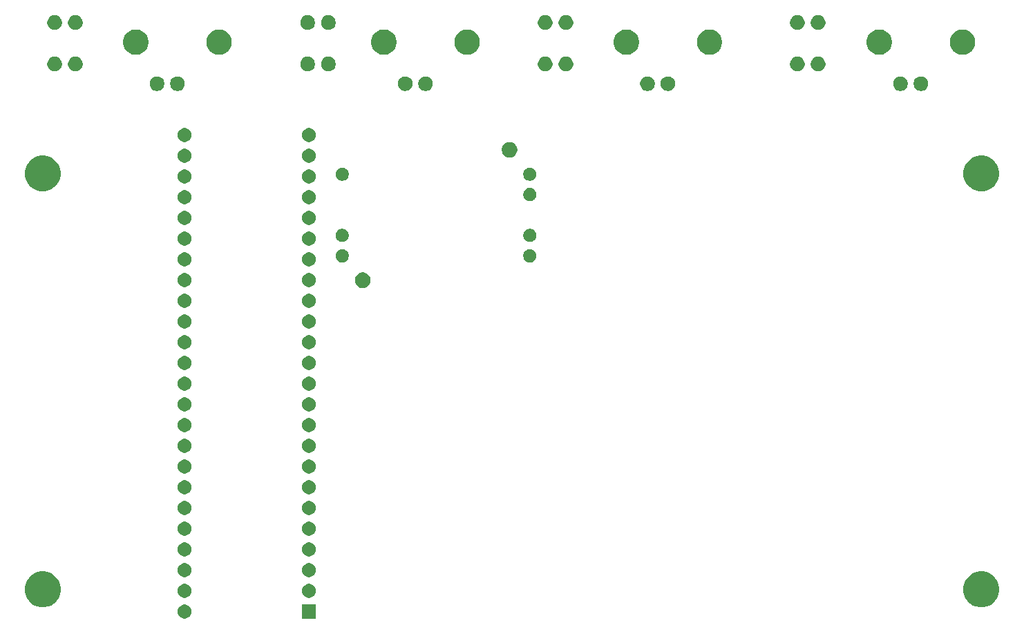
<source format=gbs>
G04 #@! TF.GenerationSoftware,KiCad,Pcbnew,5.0.2-bee76a0~70~ubuntu18.04.1*
G04 #@! TF.CreationDate,2018-12-10T22:04:31+02:00*
G04 #@! TF.ProjectId,CombinedPCB,436f6d62-696e-4656-9450-43422e6b6963,rev?*
G04 #@! TF.SameCoordinates,Original*
G04 #@! TF.FileFunction,Soldermask,Bot*
G04 #@! TF.FilePolarity,Negative*
%FSLAX46Y46*%
G04 Gerber Fmt 4.6, Leading zero omitted, Abs format (unit mm)*
G04 Created by KiCad (PCBNEW 5.0.2-bee76a0~70~ubuntu18.04.1) date Mon Dec 10 22:04:31 2018*
%MOMM*%
%LPD*%
G01*
G04 APERTURE LIST*
%ADD10C,0.100000*%
G04 APERTURE END LIST*
D10*
G36*
X73271000Y-122561000D02*
X71569000Y-122561000D01*
X71569000Y-120859000D01*
X73271000Y-120859000D01*
X73271000Y-122561000D01*
X73271000Y-122561000D01*
G37*
G36*
X57428228Y-120891703D02*
X57583100Y-120955853D01*
X57722481Y-121048985D01*
X57841015Y-121167519D01*
X57934147Y-121306900D01*
X57998297Y-121461772D01*
X58031000Y-121626184D01*
X58031000Y-121793816D01*
X57998297Y-121958228D01*
X57934147Y-122113100D01*
X57841015Y-122252481D01*
X57722481Y-122371015D01*
X57583100Y-122464147D01*
X57428228Y-122528297D01*
X57263816Y-122561000D01*
X57096184Y-122561000D01*
X56931772Y-122528297D01*
X56776900Y-122464147D01*
X56637519Y-122371015D01*
X56518985Y-122252481D01*
X56425853Y-122113100D01*
X56361703Y-121958228D01*
X56329000Y-121793816D01*
X56329000Y-121626184D01*
X56361703Y-121461772D01*
X56425853Y-121306900D01*
X56518985Y-121167519D01*
X56637519Y-121048985D01*
X56776900Y-120955853D01*
X56931772Y-120891703D01*
X57096184Y-120859000D01*
X57263816Y-120859000D01*
X57428228Y-120891703D01*
X57428228Y-120891703D01*
G37*
G36*
X40442006Y-116883582D02*
X40842565Y-117049499D01*
X41203059Y-117290373D01*
X41509627Y-117596941D01*
X41750501Y-117957435D01*
X41916418Y-118357994D01*
X42001000Y-118783219D01*
X42001000Y-119216781D01*
X41916418Y-119642006D01*
X41750501Y-120042565D01*
X41509627Y-120403059D01*
X41203059Y-120709627D01*
X40842565Y-120950501D01*
X40442006Y-121116418D01*
X40016781Y-121201000D01*
X39583219Y-121201000D01*
X39157994Y-121116418D01*
X38757435Y-120950501D01*
X38396941Y-120709627D01*
X38090373Y-120403059D01*
X37849499Y-120042565D01*
X37683582Y-119642006D01*
X37599000Y-119216781D01*
X37599000Y-118783219D01*
X37683582Y-118357994D01*
X37849499Y-117957435D01*
X38090373Y-117596941D01*
X38396941Y-117290373D01*
X38757435Y-117049499D01*
X39157994Y-116883582D01*
X39583219Y-116799000D01*
X40016781Y-116799000D01*
X40442006Y-116883582D01*
X40442006Y-116883582D01*
G37*
G36*
X155442006Y-116883582D02*
X155842565Y-117049499D01*
X156203059Y-117290373D01*
X156509627Y-117596941D01*
X156750501Y-117957435D01*
X156916418Y-118357994D01*
X157001000Y-118783219D01*
X157001000Y-119216781D01*
X156916418Y-119642006D01*
X156750501Y-120042565D01*
X156509627Y-120403059D01*
X156203059Y-120709627D01*
X155842565Y-120950501D01*
X155442006Y-121116418D01*
X155016781Y-121201000D01*
X154583219Y-121201000D01*
X154157994Y-121116418D01*
X153757435Y-120950501D01*
X153396941Y-120709627D01*
X153090373Y-120403059D01*
X152849499Y-120042565D01*
X152683582Y-119642006D01*
X152599000Y-119216781D01*
X152599000Y-118783219D01*
X152683582Y-118357994D01*
X152849499Y-117957435D01*
X153090373Y-117596941D01*
X153396941Y-117290373D01*
X153757435Y-117049499D01*
X154157994Y-116883582D01*
X154583219Y-116799000D01*
X155016781Y-116799000D01*
X155442006Y-116883582D01*
X155442006Y-116883582D01*
G37*
G36*
X72668228Y-118351703D02*
X72823100Y-118415853D01*
X72962481Y-118508985D01*
X73081015Y-118627519D01*
X73174147Y-118766900D01*
X73238297Y-118921772D01*
X73271000Y-119086184D01*
X73271000Y-119253816D01*
X73238297Y-119418228D01*
X73174147Y-119573100D01*
X73081015Y-119712481D01*
X72962481Y-119831015D01*
X72823100Y-119924147D01*
X72668228Y-119988297D01*
X72503816Y-120021000D01*
X72336184Y-120021000D01*
X72171772Y-119988297D01*
X72016900Y-119924147D01*
X71877519Y-119831015D01*
X71758985Y-119712481D01*
X71665853Y-119573100D01*
X71601703Y-119418228D01*
X71569000Y-119253816D01*
X71569000Y-119086184D01*
X71601703Y-118921772D01*
X71665853Y-118766900D01*
X71758985Y-118627519D01*
X71877519Y-118508985D01*
X72016900Y-118415853D01*
X72171772Y-118351703D01*
X72336184Y-118319000D01*
X72503816Y-118319000D01*
X72668228Y-118351703D01*
X72668228Y-118351703D01*
G37*
G36*
X57428228Y-118351703D02*
X57583100Y-118415853D01*
X57722481Y-118508985D01*
X57841015Y-118627519D01*
X57934147Y-118766900D01*
X57998297Y-118921772D01*
X58031000Y-119086184D01*
X58031000Y-119253816D01*
X57998297Y-119418228D01*
X57934147Y-119573100D01*
X57841015Y-119712481D01*
X57722481Y-119831015D01*
X57583100Y-119924147D01*
X57428228Y-119988297D01*
X57263816Y-120021000D01*
X57096184Y-120021000D01*
X56931772Y-119988297D01*
X56776900Y-119924147D01*
X56637519Y-119831015D01*
X56518985Y-119712481D01*
X56425853Y-119573100D01*
X56361703Y-119418228D01*
X56329000Y-119253816D01*
X56329000Y-119086184D01*
X56361703Y-118921772D01*
X56425853Y-118766900D01*
X56518985Y-118627519D01*
X56637519Y-118508985D01*
X56776900Y-118415853D01*
X56931772Y-118351703D01*
X57096184Y-118319000D01*
X57263816Y-118319000D01*
X57428228Y-118351703D01*
X57428228Y-118351703D01*
G37*
G36*
X72668228Y-115811703D02*
X72823100Y-115875853D01*
X72962481Y-115968985D01*
X73081015Y-116087519D01*
X73174147Y-116226900D01*
X73238297Y-116381772D01*
X73271000Y-116546184D01*
X73271000Y-116713816D01*
X73238297Y-116878228D01*
X73174147Y-117033100D01*
X73081015Y-117172481D01*
X72962481Y-117291015D01*
X72823100Y-117384147D01*
X72668228Y-117448297D01*
X72503816Y-117481000D01*
X72336184Y-117481000D01*
X72171772Y-117448297D01*
X72016900Y-117384147D01*
X71877519Y-117291015D01*
X71758985Y-117172481D01*
X71665853Y-117033100D01*
X71601703Y-116878228D01*
X71569000Y-116713816D01*
X71569000Y-116546184D01*
X71601703Y-116381772D01*
X71665853Y-116226900D01*
X71758985Y-116087519D01*
X71877519Y-115968985D01*
X72016900Y-115875853D01*
X72171772Y-115811703D01*
X72336184Y-115779000D01*
X72503816Y-115779000D01*
X72668228Y-115811703D01*
X72668228Y-115811703D01*
G37*
G36*
X57428228Y-115811703D02*
X57583100Y-115875853D01*
X57722481Y-115968985D01*
X57841015Y-116087519D01*
X57934147Y-116226900D01*
X57998297Y-116381772D01*
X58031000Y-116546184D01*
X58031000Y-116713816D01*
X57998297Y-116878228D01*
X57934147Y-117033100D01*
X57841015Y-117172481D01*
X57722481Y-117291015D01*
X57583100Y-117384147D01*
X57428228Y-117448297D01*
X57263816Y-117481000D01*
X57096184Y-117481000D01*
X56931772Y-117448297D01*
X56776900Y-117384147D01*
X56637519Y-117291015D01*
X56518985Y-117172481D01*
X56425853Y-117033100D01*
X56361703Y-116878228D01*
X56329000Y-116713816D01*
X56329000Y-116546184D01*
X56361703Y-116381772D01*
X56425853Y-116226900D01*
X56518985Y-116087519D01*
X56637519Y-115968985D01*
X56776900Y-115875853D01*
X56931772Y-115811703D01*
X57096184Y-115779000D01*
X57263816Y-115779000D01*
X57428228Y-115811703D01*
X57428228Y-115811703D01*
G37*
G36*
X72668228Y-113271703D02*
X72823100Y-113335853D01*
X72962481Y-113428985D01*
X73081015Y-113547519D01*
X73174147Y-113686900D01*
X73238297Y-113841772D01*
X73271000Y-114006184D01*
X73271000Y-114173816D01*
X73238297Y-114338228D01*
X73174147Y-114493100D01*
X73081015Y-114632481D01*
X72962481Y-114751015D01*
X72823100Y-114844147D01*
X72668228Y-114908297D01*
X72503816Y-114941000D01*
X72336184Y-114941000D01*
X72171772Y-114908297D01*
X72016900Y-114844147D01*
X71877519Y-114751015D01*
X71758985Y-114632481D01*
X71665853Y-114493100D01*
X71601703Y-114338228D01*
X71569000Y-114173816D01*
X71569000Y-114006184D01*
X71601703Y-113841772D01*
X71665853Y-113686900D01*
X71758985Y-113547519D01*
X71877519Y-113428985D01*
X72016900Y-113335853D01*
X72171772Y-113271703D01*
X72336184Y-113239000D01*
X72503816Y-113239000D01*
X72668228Y-113271703D01*
X72668228Y-113271703D01*
G37*
G36*
X57428228Y-113271703D02*
X57583100Y-113335853D01*
X57722481Y-113428985D01*
X57841015Y-113547519D01*
X57934147Y-113686900D01*
X57998297Y-113841772D01*
X58031000Y-114006184D01*
X58031000Y-114173816D01*
X57998297Y-114338228D01*
X57934147Y-114493100D01*
X57841015Y-114632481D01*
X57722481Y-114751015D01*
X57583100Y-114844147D01*
X57428228Y-114908297D01*
X57263816Y-114941000D01*
X57096184Y-114941000D01*
X56931772Y-114908297D01*
X56776900Y-114844147D01*
X56637519Y-114751015D01*
X56518985Y-114632481D01*
X56425853Y-114493100D01*
X56361703Y-114338228D01*
X56329000Y-114173816D01*
X56329000Y-114006184D01*
X56361703Y-113841772D01*
X56425853Y-113686900D01*
X56518985Y-113547519D01*
X56637519Y-113428985D01*
X56776900Y-113335853D01*
X56931772Y-113271703D01*
X57096184Y-113239000D01*
X57263816Y-113239000D01*
X57428228Y-113271703D01*
X57428228Y-113271703D01*
G37*
G36*
X57428228Y-110731703D02*
X57583100Y-110795853D01*
X57722481Y-110888985D01*
X57841015Y-111007519D01*
X57934147Y-111146900D01*
X57998297Y-111301772D01*
X58031000Y-111466184D01*
X58031000Y-111633816D01*
X57998297Y-111798228D01*
X57934147Y-111953100D01*
X57841015Y-112092481D01*
X57722481Y-112211015D01*
X57583100Y-112304147D01*
X57428228Y-112368297D01*
X57263816Y-112401000D01*
X57096184Y-112401000D01*
X56931772Y-112368297D01*
X56776900Y-112304147D01*
X56637519Y-112211015D01*
X56518985Y-112092481D01*
X56425853Y-111953100D01*
X56361703Y-111798228D01*
X56329000Y-111633816D01*
X56329000Y-111466184D01*
X56361703Y-111301772D01*
X56425853Y-111146900D01*
X56518985Y-111007519D01*
X56637519Y-110888985D01*
X56776900Y-110795853D01*
X56931772Y-110731703D01*
X57096184Y-110699000D01*
X57263816Y-110699000D01*
X57428228Y-110731703D01*
X57428228Y-110731703D01*
G37*
G36*
X72668228Y-110731703D02*
X72823100Y-110795853D01*
X72962481Y-110888985D01*
X73081015Y-111007519D01*
X73174147Y-111146900D01*
X73238297Y-111301772D01*
X73271000Y-111466184D01*
X73271000Y-111633816D01*
X73238297Y-111798228D01*
X73174147Y-111953100D01*
X73081015Y-112092481D01*
X72962481Y-112211015D01*
X72823100Y-112304147D01*
X72668228Y-112368297D01*
X72503816Y-112401000D01*
X72336184Y-112401000D01*
X72171772Y-112368297D01*
X72016900Y-112304147D01*
X71877519Y-112211015D01*
X71758985Y-112092481D01*
X71665853Y-111953100D01*
X71601703Y-111798228D01*
X71569000Y-111633816D01*
X71569000Y-111466184D01*
X71601703Y-111301772D01*
X71665853Y-111146900D01*
X71758985Y-111007519D01*
X71877519Y-110888985D01*
X72016900Y-110795853D01*
X72171772Y-110731703D01*
X72336184Y-110699000D01*
X72503816Y-110699000D01*
X72668228Y-110731703D01*
X72668228Y-110731703D01*
G37*
G36*
X72668228Y-108191703D02*
X72823100Y-108255853D01*
X72962481Y-108348985D01*
X73081015Y-108467519D01*
X73174147Y-108606900D01*
X73238297Y-108761772D01*
X73271000Y-108926184D01*
X73271000Y-109093816D01*
X73238297Y-109258228D01*
X73174147Y-109413100D01*
X73081015Y-109552481D01*
X72962481Y-109671015D01*
X72823100Y-109764147D01*
X72668228Y-109828297D01*
X72503816Y-109861000D01*
X72336184Y-109861000D01*
X72171772Y-109828297D01*
X72016900Y-109764147D01*
X71877519Y-109671015D01*
X71758985Y-109552481D01*
X71665853Y-109413100D01*
X71601703Y-109258228D01*
X71569000Y-109093816D01*
X71569000Y-108926184D01*
X71601703Y-108761772D01*
X71665853Y-108606900D01*
X71758985Y-108467519D01*
X71877519Y-108348985D01*
X72016900Y-108255853D01*
X72171772Y-108191703D01*
X72336184Y-108159000D01*
X72503816Y-108159000D01*
X72668228Y-108191703D01*
X72668228Y-108191703D01*
G37*
G36*
X57428228Y-108191703D02*
X57583100Y-108255853D01*
X57722481Y-108348985D01*
X57841015Y-108467519D01*
X57934147Y-108606900D01*
X57998297Y-108761772D01*
X58031000Y-108926184D01*
X58031000Y-109093816D01*
X57998297Y-109258228D01*
X57934147Y-109413100D01*
X57841015Y-109552481D01*
X57722481Y-109671015D01*
X57583100Y-109764147D01*
X57428228Y-109828297D01*
X57263816Y-109861000D01*
X57096184Y-109861000D01*
X56931772Y-109828297D01*
X56776900Y-109764147D01*
X56637519Y-109671015D01*
X56518985Y-109552481D01*
X56425853Y-109413100D01*
X56361703Y-109258228D01*
X56329000Y-109093816D01*
X56329000Y-108926184D01*
X56361703Y-108761772D01*
X56425853Y-108606900D01*
X56518985Y-108467519D01*
X56637519Y-108348985D01*
X56776900Y-108255853D01*
X56931772Y-108191703D01*
X57096184Y-108159000D01*
X57263816Y-108159000D01*
X57428228Y-108191703D01*
X57428228Y-108191703D01*
G37*
G36*
X57428228Y-105651703D02*
X57583100Y-105715853D01*
X57722481Y-105808985D01*
X57841015Y-105927519D01*
X57934147Y-106066900D01*
X57998297Y-106221772D01*
X58031000Y-106386184D01*
X58031000Y-106553816D01*
X57998297Y-106718228D01*
X57934147Y-106873100D01*
X57841015Y-107012481D01*
X57722481Y-107131015D01*
X57583100Y-107224147D01*
X57428228Y-107288297D01*
X57263816Y-107321000D01*
X57096184Y-107321000D01*
X56931772Y-107288297D01*
X56776900Y-107224147D01*
X56637519Y-107131015D01*
X56518985Y-107012481D01*
X56425853Y-106873100D01*
X56361703Y-106718228D01*
X56329000Y-106553816D01*
X56329000Y-106386184D01*
X56361703Y-106221772D01*
X56425853Y-106066900D01*
X56518985Y-105927519D01*
X56637519Y-105808985D01*
X56776900Y-105715853D01*
X56931772Y-105651703D01*
X57096184Y-105619000D01*
X57263816Y-105619000D01*
X57428228Y-105651703D01*
X57428228Y-105651703D01*
G37*
G36*
X72668228Y-105651703D02*
X72823100Y-105715853D01*
X72962481Y-105808985D01*
X73081015Y-105927519D01*
X73174147Y-106066900D01*
X73238297Y-106221772D01*
X73271000Y-106386184D01*
X73271000Y-106553816D01*
X73238297Y-106718228D01*
X73174147Y-106873100D01*
X73081015Y-107012481D01*
X72962481Y-107131015D01*
X72823100Y-107224147D01*
X72668228Y-107288297D01*
X72503816Y-107321000D01*
X72336184Y-107321000D01*
X72171772Y-107288297D01*
X72016900Y-107224147D01*
X71877519Y-107131015D01*
X71758985Y-107012481D01*
X71665853Y-106873100D01*
X71601703Y-106718228D01*
X71569000Y-106553816D01*
X71569000Y-106386184D01*
X71601703Y-106221772D01*
X71665853Y-106066900D01*
X71758985Y-105927519D01*
X71877519Y-105808985D01*
X72016900Y-105715853D01*
X72171772Y-105651703D01*
X72336184Y-105619000D01*
X72503816Y-105619000D01*
X72668228Y-105651703D01*
X72668228Y-105651703D01*
G37*
G36*
X72668228Y-103111703D02*
X72823100Y-103175853D01*
X72962481Y-103268985D01*
X73081015Y-103387519D01*
X73174147Y-103526900D01*
X73238297Y-103681772D01*
X73271000Y-103846184D01*
X73271000Y-104013816D01*
X73238297Y-104178228D01*
X73174147Y-104333100D01*
X73081015Y-104472481D01*
X72962481Y-104591015D01*
X72823100Y-104684147D01*
X72668228Y-104748297D01*
X72503816Y-104781000D01*
X72336184Y-104781000D01*
X72171772Y-104748297D01*
X72016900Y-104684147D01*
X71877519Y-104591015D01*
X71758985Y-104472481D01*
X71665853Y-104333100D01*
X71601703Y-104178228D01*
X71569000Y-104013816D01*
X71569000Y-103846184D01*
X71601703Y-103681772D01*
X71665853Y-103526900D01*
X71758985Y-103387519D01*
X71877519Y-103268985D01*
X72016900Y-103175853D01*
X72171772Y-103111703D01*
X72336184Y-103079000D01*
X72503816Y-103079000D01*
X72668228Y-103111703D01*
X72668228Y-103111703D01*
G37*
G36*
X57428228Y-103111703D02*
X57583100Y-103175853D01*
X57722481Y-103268985D01*
X57841015Y-103387519D01*
X57934147Y-103526900D01*
X57998297Y-103681772D01*
X58031000Y-103846184D01*
X58031000Y-104013816D01*
X57998297Y-104178228D01*
X57934147Y-104333100D01*
X57841015Y-104472481D01*
X57722481Y-104591015D01*
X57583100Y-104684147D01*
X57428228Y-104748297D01*
X57263816Y-104781000D01*
X57096184Y-104781000D01*
X56931772Y-104748297D01*
X56776900Y-104684147D01*
X56637519Y-104591015D01*
X56518985Y-104472481D01*
X56425853Y-104333100D01*
X56361703Y-104178228D01*
X56329000Y-104013816D01*
X56329000Y-103846184D01*
X56361703Y-103681772D01*
X56425853Y-103526900D01*
X56518985Y-103387519D01*
X56637519Y-103268985D01*
X56776900Y-103175853D01*
X56931772Y-103111703D01*
X57096184Y-103079000D01*
X57263816Y-103079000D01*
X57428228Y-103111703D01*
X57428228Y-103111703D01*
G37*
G36*
X72668228Y-100571703D02*
X72823100Y-100635853D01*
X72962481Y-100728985D01*
X73081015Y-100847519D01*
X73174147Y-100986900D01*
X73238297Y-101141772D01*
X73271000Y-101306184D01*
X73271000Y-101473816D01*
X73238297Y-101638228D01*
X73174147Y-101793100D01*
X73081015Y-101932481D01*
X72962481Y-102051015D01*
X72823100Y-102144147D01*
X72668228Y-102208297D01*
X72503816Y-102241000D01*
X72336184Y-102241000D01*
X72171772Y-102208297D01*
X72016900Y-102144147D01*
X71877519Y-102051015D01*
X71758985Y-101932481D01*
X71665853Y-101793100D01*
X71601703Y-101638228D01*
X71569000Y-101473816D01*
X71569000Y-101306184D01*
X71601703Y-101141772D01*
X71665853Y-100986900D01*
X71758985Y-100847519D01*
X71877519Y-100728985D01*
X72016900Y-100635853D01*
X72171772Y-100571703D01*
X72336184Y-100539000D01*
X72503816Y-100539000D01*
X72668228Y-100571703D01*
X72668228Y-100571703D01*
G37*
G36*
X57428228Y-100571703D02*
X57583100Y-100635853D01*
X57722481Y-100728985D01*
X57841015Y-100847519D01*
X57934147Y-100986900D01*
X57998297Y-101141772D01*
X58031000Y-101306184D01*
X58031000Y-101473816D01*
X57998297Y-101638228D01*
X57934147Y-101793100D01*
X57841015Y-101932481D01*
X57722481Y-102051015D01*
X57583100Y-102144147D01*
X57428228Y-102208297D01*
X57263816Y-102241000D01*
X57096184Y-102241000D01*
X56931772Y-102208297D01*
X56776900Y-102144147D01*
X56637519Y-102051015D01*
X56518985Y-101932481D01*
X56425853Y-101793100D01*
X56361703Y-101638228D01*
X56329000Y-101473816D01*
X56329000Y-101306184D01*
X56361703Y-101141772D01*
X56425853Y-100986900D01*
X56518985Y-100847519D01*
X56637519Y-100728985D01*
X56776900Y-100635853D01*
X56931772Y-100571703D01*
X57096184Y-100539000D01*
X57263816Y-100539000D01*
X57428228Y-100571703D01*
X57428228Y-100571703D01*
G37*
G36*
X72668228Y-98031703D02*
X72823100Y-98095853D01*
X72962481Y-98188985D01*
X73081015Y-98307519D01*
X73174147Y-98446900D01*
X73238297Y-98601772D01*
X73271000Y-98766184D01*
X73271000Y-98933816D01*
X73238297Y-99098228D01*
X73174147Y-99253100D01*
X73081015Y-99392481D01*
X72962481Y-99511015D01*
X72823100Y-99604147D01*
X72668228Y-99668297D01*
X72503816Y-99701000D01*
X72336184Y-99701000D01*
X72171772Y-99668297D01*
X72016900Y-99604147D01*
X71877519Y-99511015D01*
X71758985Y-99392481D01*
X71665853Y-99253100D01*
X71601703Y-99098228D01*
X71569000Y-98933816D01*
X71569000Y-98766184D01*
X71601703Y-98601772D01*
X71665853Y-98446900D01*
X71758985Y-98307519D01*
X71877519Y-98188985D01*
X72016900Y-98095853D01*
X72171772Y-98031703D01*
X72336184Y-97999000D01*
X72503816Y-97999000D01*
X72668228Y-98031703D01*
X72668228Y-98031703D01*
G37*
G36*
X57428228Y-98031703D02*
X57583100Y-98095853D01*
X57722481Y-98188985D01*
X57841015Y-98307519D01*
X57934147Y-98446900D01*
X57998297Y-98601772D01*
X58031000Y-98766184D01*
X58031000Y-98933816D01*
X57998297Y-99098228D01*
X57934147Y-99253100D01*
X57841015Y-99392481D01*
X57722481Y-99511015D01*
X57583100Y-99604147D01*
X57428228Y-99668297D01*
X57263816Y-99701000D01*
X57096184Y-99701000D01*
X56931772Y-99668297D01*
X56776900Y-99604147D01*
X56637519Y-99511015D01*
X56518985Y-99392481D01*
X56425853Y-99253100D01*
X56361703Y-99098228D01*
X56329000Y-98933816D01*
X56329000Y-98766184D01*
X56361703Y-98601772D01*
X56425853Y-98446900D01*
X56518985Y-98307519D01*
X56637519Y-98188985D01*
X56776900Y-98095853D01*
X56931772Y-98031703D01*
X57096184Y-97999000D01*
X57263816Y-97999000D01*
X57428228Y-98031703D01*
X57428228Y-98031703D01*
G37*
G36*
X72668228Y-95491703D02*
X72823100Y-95555853D01*
X72962481Y-95648985D01*
X73081015Y-95767519D01*
X73174147Y-95906900D01*
X73238297Y-96061772D01*
X73271000Y-96226184D01*
X73271000Y-96393816D01*
X73238297Y-96558228D01*
X73174147Y-96713100D01*
X73081015Y-96852481D01*
X72962481Y-96971015D01*
X72823100Y-97064147D01*
X72668228Y-97128297D01*
X72503816Y-97161000D01*
X72336184Y-97161000D01*
X72171772Y-97128297D01*
X72016900Y-97064147D01*
X71877519Y-96971015D01*
X71758985Y-96852481D01*
X71665853Y-96713100D01*
X71601703Y-96558228D01*
X71569000Y-96393816D01*
X71569000Y-96226184D01*
X71601703Y-96061772D01*
X71665853Y-95906900D01*
X71758985Y-95767519D01*
X71877519Y-95648985D01*
X72016900Y-95555853D01*
X72171772Y-95491703D01*
X72336184Y-95459000D01*
X72503816Y-95459000D01*
X72668228Y-95491703D01*
X72668228Y-95491703D01*
G37*
G36*
X57428228Y-95491703D02*
X57583100Y-95555853D01*
X57722481Y-95648985D01*
X57841015Y-95767519D01*
X57934147Y-95906900D01*
X57998297Y-96061772D01*
X58031000Y-96226184D01*
X58031000Y-96393816D01*
X57998297Y-96558228D01*
X57934147Y-96713100D01*
X57841015Y-96852481D01*
X57722481Y-96971015D01*
X57583100Y-97064147D01*
X57428228Y-97128297D01*
X57263816Y-97161000D01*
X57096184Y-97161000D01*
X56931772Y-97128297D01*
X56776900Y-97064147D01*
X56637519Y-96971015D01*
X56518985Y-96852481D01*
X56425853Y-96713100D01*
X56361703Y-96558228D01*
X56329000Y-96393816D01*
X56329000Y-96226184D01*
X56361703Y-96061772D01*
X56425853Y-95906900D01*
X56518985Y-95767519D01*
X56637519Y-95648985D01*
X56776900Y-95555853D01*
X56931772Y-95491703D01*
X57096184Y-95459000D01*
X57263816Y-95459000D01*
X57428228Y-95491703D01*
X57428228Y-95491703D01*
G37*
G36*
X72668228Y-92951703D02*
X72823100Y-93015853D01*
X72962481Y-93108985D01*
X73081015Y-93227519D01*
X73174147Y-93366900D01*
X73238297Y-93521772D01*
X73271000Y-93686184D01*
X73271000Y-93853816D01*
X73238297Y-94018228D01*
X73174147Y-94173100D01*
X73081015Y-94312481D01*
X72962481Y-94431015D01*
X72823100Y-94524147D01*
X72668228Y-94588297D01*
X72503816Y-94621000D01*
X72336184Y-94621000D01*
X72171772Y-94588297D01*
X72016900Y-94524147D01*
X71877519Y-94431015D01*
X71758985Y-94312481D01*
X71665853Y-94173100D01*
X71601703Y-94018228D01*
X71569000Y-93853816D01*
X71569000Y-93686184D01*
X71601703Y-93521772D01*
X71665853Y-93366900D01*
X71758985Y-93227519D01*
X71877519Y-93108985D01*
X72016900Y-93015853D01*
X72171772Y-92951703D01*
X72336184Y-92919000D01*
X72503816Y-92919000D01*
X72668228Y-92951703D01*
X72668228Y-92951703D01*
G37*
G36*
X57428228Y-92951703D02*
X57583100Y-93015853D01*
X57722481Y-93108985D01*
X57841015Y-93227519D01*
X57934147Y-93366900D01*
X57998297Y-93521772D01*
X58031000Y-93686184D01*
X58031000Y-93853816D01*
X57998297Y-94018228D01*
X57934147Y-94173100D01*
X57841015Y-94312481D01*
X57722481Y-94431015D01*
X57583100Y-94524147D01*
X57428228Y-94588297D01*
X57263816Y-94621000D01*
X57096184Y-94621000D01*
X56931772Y-94588297D01*
X56776900Y-94524147D01*
X56637519Y-94431015D01*
X56518985Y-94312481D01*
X56425853Y-94173100D01*
X56361703Y-94018228D01*
X56329000Y-93853816D01*
X56329000Y-93686184D01*
X56361703Y-93521772D01*
X56425853Y-93366900D01*
X56518985Y-93227519D01*
X56637519Y-93108985D01*
X56776900Y-93015853D01*
X56931772Y-92951703D01*
X57096184Y-92919000D01*
X57263816Y-92919000D01*
X57428228Y-92951703D01*
X57428228Y-92951703D01*
G37*
G36*
X57428228Y-90411703D02*
X57583100Y-90475853D01*
X57722481Y-90568985D01*
X57841015Y-90687519D01*
X57934147Y-90826900D01*
X57998297Y-90981772D01*
X58031000Y-91146184D01*
X58031000Y-91313816D01*
X57998297Y-91478228D01*
X57934147Y-91633100D01*
X57841015Y-91772481D01*
X57722481Y-91891015D01*
X57583100Y-91984147D01*
X57428228Y-92048297D01*
X57263816Y-92081000D01*
X57096184Y-92081000D01*
X56931772Y-92048297D01*
X56776900Y-91984147D01*
X56637519Y-91891015D01*
X56518985Y-91772481D01*
X56425853Y-91633100D01*
X56361703Y-91478228D01*
X56329000Y-91313816D01*
X56329000Y-91146184D01*
X56361703Y-90981772D01*
X56425853Y-90826900D01*
X56518985Y-90687519D01*
X56637519Y-90568985D01*
X56776900Y-90475853D01*
X56931772Y-90411703D01*
X57096184Y-90379000D01*
X57263816Y-90379000D01*
X57428228Y-90411703D01*
X57428228Y-90411703D01*
G37*
G36*
X72668228Y-90411703D02*
X72823100Y-90475853D01*
X72962481Y-90568985D01*
X73081015Y-90687519D01*
X73174147Y-90826900D01*
X73238297Y-90981772D01*
X73271000Y-91146184D01*
X73271000Y-91313816D01*
X73238297Y-91478228D01*
X73174147Y-91633100D01*
X73081015Y-91772481D01*
X72962481Y-91891015D01*
X72823100Y-91984147D01*
X72668228Y-92048297D01*
X72503816Y-92081000D01*
X72336184Y-92081000D01*
X72171772Y-92048297D01*
X72016900Y-91984147D01*
X71877519Y-91891015D01*
X71758985Y-91772481D01*
X71665853Y-91633100D01*
X71601703Y-91478228D01*
X71569000Y-91313816D01*
X71569000Y-91146184D01*
X71601703Y-90981772D01*
X71665853Y-90826900D01*
X71758985Y-90687519D01*
X71877519Y-90568985D01*
X72016900Y-90475853D01*
X72171772Y-90411703D01*
X72336184Y-90379000D01*
X72503816Y-90379000D01*
X72668228Y-90411703D01*
X72668228Y-90411703D01*
G37*
G36*
X72668228Y-87871703D02*
X72823100Y-87935853D01*
X72962481Y-88028985D01*
X73081015Y-88147519D01*
X73174147Y-88286900D01*
X73238297Y-88441772D01*
X73271000Y-88606184D01*
X73271000Y-88773816D01*
X73238297Y-88938228D01*
X73174147Y-89093100D01*
X73081015Y-89232481D01*
X72962481Y-89351015D01*
X72823100Y-89444147D01*
X72668228Y-89508297D01*
X72503816Y-89541000D01*
X72336184Y-89541000D01*
X72171772Y-89508297D01*
X72016900Y-89444147D01*
X71877519Y-89351015D01*
X71758985Y-89232481D01*
X71665853Y-89093100D01*
X71601703Y-88938228D01*
X71569000Y-88773816D01*
X71569000Y-88606184D01*
X71601703Y-88441772D01*
X71665853Y-88286900D01*
X71758985Y-88147519D01*
X71877519Y-88028985D01*
X72016900Y-87935853D01*
X72171772Y-87871703D01*
X72336184Y-87839000D01*
X72503816Y-87839000D01*
X72668228Y-87871703D01*
X72668228Y-87871703D01*
G37*
G36*
X57428228Y-87871703D02*
X57583100Y-87935853D01*
X57722481Y-88028985D01*
X57841015Y-88147519D01*
X57934147Y-88286900D01*
X57998297Y-88441772D01*
X58031000Y-88606184D01*
X58031000Y-88773816D01*
X57998297Y-88938228D01*
X57934147Y-89093100D01*
X57841015Y-89232481D01*
X57722481Y-89351015D01*
X57583100Y-89444147D01*
X57428228Y-89508297D01*
X57263816Y-89541000D01*
X57096184Y-89541000D01*
X56931772Y-89508297D01*
X56776900Y-89444147D01*
X56637519Y-89351015D01*
X56518985Y-89232481D01*
X56425853Y-89093100D01*
X56361703Y-88938228D01*
X56329000Y-88773816D01*
X56329000Y-88606184D01*
X56361703Y-88441772D01*
X56425853Y-88286900D01*
X56518985Y-88147519D01*
X56637519Y-88028985D01*
X56776900Y-87935853D01*
X56931772Y-87871703D01*
X57096184Y-87839000D01*
X57263816Y-87839000D01*
X57428228Y-87871703D01*
X57428228Y-87871703D01*
G37*
G36*
X57428228Y-85331703D02*
X57583100Y-85395853D01*
X57722481Y-85488985D01*
X57841015Y-85607519D01*
X57934147Y-85746900D01*
X57998297Y-85901772D01*
X58031000Y-86066184D01*
X58031000Y-86233816D01*
X57998297Y-86398228D01*
X57934147Y-86553100D01*
X57841015Y-86692481D01*
X57722481Y-86811015D01*
X57583100Y-86904147D01*
X57428228Y-86968297D01*
X57263816Y-87001000D01*
X57096184Y-87001000D01*
X56931772Y-86968297D01*
X56776900Y-86904147D01*
X56637519Y-86811015D01*
X56518985Y-86692481D01*
X56425853Y-86553100D01*
X56361703Y-86398228D01*
X56329000Y-86233816D01*
X56329000Y-86066184D01*
X56361703Y-85901772D01*
X56425853Y-85746900D01*
X56518985Y-85607519D01*
X56637519Y-85488985D01*
X56776900Y-85395853D01*
X56931772Y-85331703D01*
X57096184Y-85299000D01*
X57263816Y-85299000D01*
X57428228Y-85331703D01*
X57428228Y-85331703D01*
G37*
G36*
X72668228Y-85331703D02*
X72823100Y-85395853D01*
X72962481Y-85488985D01*
X73081015Y-85607519D01*
X73174147Y-85746900D01*
X73238297Y-85901772D01*
X73271000Y-86066184D01*
X73271000Y-86233816D01*
X73238297Y-86398228D01*
X73174147Y-86553100D01*
X73081015Y-86692481D01*
X72962481Y-86811015D01*
X72823100Y-86904147D01*
X72668228Y-86968297D01*
X72503816Y-87001000D01*
X72336184Y-87001000D01*
X72171772Y-86968297D01*
X72016900Y-86904147D01*
X71877519Y-86811015D01*
X71758985Y-86692481D01*
X71665853Y-86553100D01*
X71601703Y-86398228D01*
X71569000Y-86233816D01*
X71569000Y-86066184D01*
X71601703Y-85901772D01*
X71665853Y-85746900D01*
X71758985Y-85607519D01*
X71877519Y-85488985D01*
X72016900Y-85395853D01*
X72171772Y-85331703D01*
X72336184Y-85299000D01*
X72503816Y-85299000D01*
X72668228Y-85331703D01*
X72668228Y-85331703D01*
G37*
G36*
X57428228Y-82791703D02*
X57583100Y-82855853D01*
X57722481Y-82948985D01*
X57841015Y-83067519D01*
X57934147Y-83206900D01*
X57998297Y-83361772D01*
X58031000Y-83526184D01*
X58031000Y-83693816D01*
X57998297Y-83858228D01*
X57934147Y-84013100D01*
X57841015Y-84152481D01*
X57722481Y-84271015D01*
X57583100Y-84364147D01*
X57428228Y-84428297D01*
X57263816Y-84461000D01*
X57096184Y-84461000D01*
X56931772Y-84428297D01*
X56776900Y-84364147D01*
X56637519Y-84271015D01*
X56518985Y-84152481D01*
X56425853Y-84013100D01*
X56361703Y-83858228D01*
X56329000Y-83693816D01*
X56329000Y-83526184D01*
X56361703Y-83361772D01*
X56425853Y-83206900D01*
X56518985Y-83067519D01*
X56637519Y-82948985D01*
X56776900Y-82855853D01*
X56931772Y-82791703D01*
X57096184Y-82759000D01*
X57263816Y-82759000D01*
X57428228Y-82791703D01*
X57428228Y-82791703D01*
G37*
G36*
X72668228Y-82791703D02*
X72823100Y-82855853D01*
X72962481Y-82948985D01*
X73081015Y-83067519D01*
X73174147Y-83206900D01*
X73238297Y-83361772D01*
X73271000Y-83526184D01*
X73271000Y-83693816D01*
X73238297Y-83858228D01*
X73174147Y-84013100D01*
X73081015Y-84152481D01*
X72962481Y-84271015D01*
X72823100Y-84364147D01*
X72668228Y-84428297D01*
X72503816Y-84461000D01*
X72336184Y-84461000D01*
X72171772Y-84428297D01*
X72016900Y-84364147D01*
X71877519Y-84271015D01*
X71758985Y-84152481D01*
X71665853Y-84013100D01*
X71601703Y-83858228D01*
X71569000Y-83693816D01*
X71569000Y-83526184D01*
X71601703Y-83361772D01*
X71665853Y-83206900D01*
X71758985Y-83067519D01*
X71877519Y-82948985D01*
X72016900Y-82855853D01*
X72171772Y-82791703D01*
X72336184Y-82759000D01*
X72503816Y-82759000D01*
X72668228Y-82791703D01*
X72668228Y-82791703D01*
G37*
G36*
X79267396Y-80175546D02*
X79440466Y-80247234D01*
X79596230Y-80351312D01*
X79728688Y-80483770D01*
X79832766Y-80639534D01*
X79904454Y-80812604D01*
X79941000Y-80996333D01*
X79941000Y-81183667D01*
X79904454Y-81367396D01*
X79832766Y-81540466D01*
X79728688Y-81696230D01*
X79596230Y-81828688D01*
X79440466Y-81932766D01*
X79267396Y-82004454D01*
X79083667Y-82041000D01*
X78896333Y-82041000D01*
X78712604Y-82004454D01*
X78539534Y-81932766D01*
X78383770Y-81828688D01*
X78251312Y-81696230D01*
X78147234Y-81540466D01*
X78075546Y-81367396D01*
X78039000Y-81183667D01*
X78039000Y-80996333D01*
X78075546Y-80812604D01*
X78147234Y-80639534D01*
X78251312Y-80483770D01*
X78383770Y-80351312D01*
X78539534Y-80247234D01*
X78712604Y-80175546D01*
X78896333Y-80139000D01*
X79083667Y-80139000D01*
X79267396Y-80175546D01*
X79267396Y-80175546D01*
G37*
G36*
X57428228Y-80251703D02*
X57583100Y-80315853D01*
X57722481Y-80408985D01*
X57841015Y-80527519D01*
X57934147Y-80666900D01*
X57998297Y-80821772D01*
X58031000Y-80986184D01*
X58031000Y-81153816D01*
X57998297Y-81318228D01*
X57934147Y-81473100D01*
X57841015Y-81612481D01*
X57722481Y-81731015D01*
X57583100Y-81824147D01*
X57428228Y-81888297D01*
X57263816Y-81921000D01*
X57096184Y-81921000D01*
X56931772Y-81888297D01*
X56776900Y-81824147D01*
X56637519Y-81731015D01*
X56518985Y-81612481D01*
X56425853Y-81473100D01*
X56361703Y-81318228D01*
X56329000Y-81153816D01*
X56329000Y-80986184D01*
X56361703Y-80821772D01*
X56425853Y-80666900D01*
X56518985Y-80527519D01*
X56637519Y-80408985D01*
X56776900Y-80315853D01*
X56931772Y-80251703D01*
X57096184Y-80219000D01*
X57263816Y-80219000D01*
X57428228Y-80251703D01*
X57428228Y-80251703D01*
G37*
G36*
X72668228Y-80251703D02*
X72823100Y-80315853D01*
X72962481Y-80408985D01*
X73081015Y-80527519D01*
X73174147Y-80666900D01*
X73238297Y-80821772D01*
X73271000Y-80986184D01*
X73271000Y-81153816D01*
X73238297Y-81318228D01*
X73174147Y-81473100D01*
X73081015Y-81612481D01*
X72962481Y-81731015D01*
X72823100Y-81824147D01*
X72668228Y-81888297D01*
X72503816Y-81921000D01*
X72336184Y-81921000D01*
X72171772Y-81888297D01*
X72016900Y-81824147D01*
X71877519Y-81731015D01*
X71758985Y-81612481D01*
X71665853Y-81473100D01*
X71601703Y-81318228D01*
X71569000Y-81153816D01*
X71569000Y-80986184D01*
X71601703Y-80821772D01*
X71665853Y-80666900D01*
X71758985Y-80527519D01*
X71877519Y-80408985D01*
X72016900Y-80315853D01*
X72171772Y-80251703D01*
X72336184Y-80219000D01*
X72503816Y-80219000D01*
X72668228Y-80251703D01*
X72668228Y-80251703D01*
G37*
G36*
X72668228Y-77711703D02*
X72823100Y-77775853D01*
X72962481Y-77868985D01*
X73081015Y-77987519D01*
X73174147Y-78126900D01*
X73238297Y-78281772D01*
X73271000Y-78446184D01*
X73271000Y-78613816D01*
X73238297Y-78778228D01*
X73174147Y-78933100D01*
X73081015Y-79072481D01*
X72962481Y-79191015D01*
X72823100Y-79284147D01*
X72668228Y-79348297D01*
X72503816Y-79381000D01*
X72336184Y-79381000D01*
X72171772Y-79348297D01*
X72016900Y-79284147D01*
X71877519Y-79191015D01*
X71758985Y-79072481D01*
X71665853Y-78933100D01*
X71601703Y-78778228D01*
X71569000Y-78613816D01*
X71569000Y-78446184D01*
X71601703Y-78281772D01*
X71665853Y-78126900D01*
X71758985Y-77987519D01*
X71877519Y-77868985D01*
X72016900Y-77775853D01*
X72171772Y-77711703D01*
X72336184Y-77679000D01*
X72503816Y-77679000D01*
X72668228Y-77711703D01*
X72668228Y-77711703D01*
G37*
G36*
X57428228Y-77711703D02*
X57583100Y-77775853D01*
X57722481Y-77868985D01*
X57841015Y-77987519D01*
X57934147Y-78126900D01*
X57998297Y-78281772D01*
X58031000Y-78446184D01*
X58031000Y-78613816D01*
X57998297Y-78778228D01*
X57934147Y-78933100D01*
X57841015Y-79072481D01*
X57722481Y-79191015D01*
X57583100Y-79284147D01*
X57428228Y-79348297D01*
X57263816Y-79381000D01*
X57096184Y-79381000D01*
X56931772Y-79348297D01*
X56776900Y-79284147D01*
X56637519Y-79191015D01*
X56518985Y-79072481D01*
X56425853Y-78933100D01*
X56361703Y-78778228D01*
X56329000Y-78613816D01*
X56329000Y-78446184D01*
X56361703Y-78281772D01*
X56425853Y-78126900D01*
X56518985Y-77987519D01*
X56637519Y-77868985D01*
X56776900Y-77775853D01*
X56931772Y-77711703D01*
X57096184Y-77679000D01*
X57263816Y-77679000D01*
X57428228Y-77711703D01*
X57428228Y-77711703D01*
G37*
G36*
X99727142Y-77308242D02*
X99875102Y-77369530D01*
X100008258Y-77458502D01*
X100121498Y-77571742D01*
X100210470Y-77704898D01*
X100271758Y-77852858D01*
X100303000Y-78009925D01*
X100303000Y-78170075D01*
X100271758Y-78327142D01*
X100210470Y-78475102D01*
X100121498Y-78608258D01*
X100008258Y-78721498D01*
X99875102Y-78810470D01*
X99727142Y-78871758D01*
X99570075Y-78903000D01*
X99409925Y-78903000D01*
X99252858Y-78871758D01*
X99104898Y-78810470D01*
X98971742Y-78721498D01*
X98858502Y-78608258D01*
X98769530Y-78475102D01*
X98708242Y-78327142D01*
X98677000Y-78170075D01*
X98677000Y-78009925D01*
X98708242Y-77852858D01*
X98769530Y-77704898D01*
X98858502Y-77571742D01*
X98971742Y-77458502D01*
X99104898Y-77369530D01*
X99252858Y-77308242D01*
X99409925Y-77277000D01*
X99570075Y-77277000D01*
X99727142Y-77308242D01*
X99727142Y-77308242D01*
G37*
G36*
X76727142Y-77308242D02*
X76875102Y-77369530D01*
X77008258Y-77458502D01*
X77121498Y-77571742D01*
X77210470Y-77704898D01*
X77271758Y-77852858D01*
X77303000Y-78009925D01*
X77303000Y-78170075D01*
X77271758Y-78327142D01*
X77210470Y-78475102D01*
X77121498Y-78608258D01*
X77008258Y-78721498D01*
X76875102Y-78810470D01*
X76727142Y-78871758D01*
X76570075Y-78903000D01*
X76409925Y-78903000D01*
X76252858Y-78871758D01*
X76104898Y-78810470D01*
X75971742Y-78721498D01*
X75858502Y-78608258D01*
X75769530Y-78475102D01*
X75708242Y-78327142D01*
X75677000Y-78170075D01*
X75677000Y-78009925D01*
X75708242Y-77852858D01*
X75769530Y-77704898D01*
X75858502Y-77571742D01*
X75971742Y-77458502D01*
X76104898Y-77369530D01*
X76252858Y-77308242D01*
X76409925Y-77277000D01*
X76570075Y-77277000D01*
X76727142Y-77308242D01*
X76727142Y-77308242D01*
G37*
G36*
X57428228Y-75171703D02*
X57583100Y-75235853D01*
X57722481Y-75328985D01*
X57841015Y-75447519D01*
X57934147Y-75586900D01*
X57998297Y-75741772D01*
X58031000Y-75906184D01*
X58031000Y-76073816D01*
X57998297Y-76238228D01*
X57934147Y-76393100D01*
X57841015Y-76532481D01*
X57722481Y-76651015D01*
X57583100Y-76744147D01*
X57428228Y-76808297D01*
X57263816Y-76841000D01*
X57096184Y-76841000D01*
X56931772Y-76808297D01*
X56776900Y-76744147D01*
X56637519Y-76651015D01*
X56518985Y-76532481D01*
X56425853Y-76393100D01*
X56361703Y-76238228D01*
X56329000Y-76073816D01*
X56329000Y-75906184D01*
X56361703Y-75741772D01*
X56425853Y-75586900D01*
X56518985Y-75447519D01*
X56637519Y-75328985D01*
X56776900Y-75235853D01*
X56931772Y-75171703D01*
X57096184Y-75139000D01*
X57263816Y-75139000D01*
X57428228Y-75171703D01*
X57428228Y-75171703D01*
G37*
G36*
X72668228Y-75171703D02*
X72823100Y-75235853D01*
X72962481Y-75328985D01*
X73081015Y-75447519D01*
X73174147Y-75586900D01*
X73238297Y-75741772D01*
X73271000Y-75906184D01*
X73271000Y-76073816D01*
X73238297Y-76238228D01*
X73174147Y-76393100D01*
X73081015Y-76532481D01*
X72962481Y-76651015D01*
X72823100Y-76744147D01*
X72668228Y-76808297D01*
X72503816Y-76841000D01*
X72336184Y-76841000D01*
X72171772Y-76808297D01*
X72016900Y-76744147D01*
X71877519Y-76651015D01*
X71758985Y-76532481D01*
X71665853Y-76393100D01*
X71601703Y-76238228D01*
X71569000Y-76073816D01*
X71569000Y-75906184D01*
X71601703Y-75741772D01*
X71665853Y-75586900D01*
X71758985Y-75447519D01*
X71877519Y-75328985D01*
X72016900Y-75235853D01*
X72171772Y-75171703D01*
X72336184Y-75139000D01*
X72503816Y-75139000D01*
X72668228Y-75171703D01*
X72668228Y-75171703D01*
G37*
G36*
X76727142Y-74808242D02*
X76875102Y-74869530D01*
X77008258Y-74958502D01*
X77121498Y-75071742D01*
X77210470Y-75204898D01*
X77271758Y-75352858D01*
X77303000Y-75509925D01*
X77303000Y-75670075D01*
X77271758Y-75827142D01*
X77239017Y-75906184D01*
X77210471Y-75975100D01*
X77144512Y-76073816D01*
X77121498Y-76108258D01*
X77008258Y-76221498D01*
X76875102Y-76310470D01*
X76727142Y-76371758D01*
X76570075Y-76403000D01*
X76409925Y-76403000D01*
X76252858Y-76371758D01*
X76104898Y-76310470D01*
X75971742Y-76221498D01*
X75858502Y-76108258D01*
X75835489Y-76073816D01*
X75769529Y-75975100D01*
X75740983Y-75906184D01*
X75708242Y-75827142D01*
X75677000Y-75670075D01*
X75677000Y-75509925D01*
X75708242Y-75352858D01*
X75769530Y-75204898D01*
X75858502Y-75071742D01*
X75971742Y-74958502D01*
X76104898Y-74869530D01*
X76252858Y-74808242D01*
X76409925Y-74777000D01*
X76570075Y-74777000D01*
X76727142Y-74808242D01*
X76727142Y-74808242D01*
G37*
G36*
X99727142Y-74808242D02*
X99875102Y-74869530D01*
X100008258Y-74958502D01*
X100121498Y-75071742D01*
X100210470Y-75204898D01*
X100271758Y-75352858D01*
X100303000Y-75509925D01*
X100303000Y-75670075D01*
X100271758Y-75827142D01*
X100239017Y-75906184D01*
X100210471Y-75975100D01*
X100144512Y-76073816D01*
X100121498Y-76108258D01*
X100008258Y-76221498D01*
X99875102Y-76310470D01*
X99727142Y-76371758D01*
X99570075Y-76403000D01*
X99409925Y-76403000D01*
X99252858Y-76371758D01*
X99104898Y-76310470D01*
X98971742Y-76221498D01*
X98858502Y-76108258D01*
X98835489Y-76073816D01*
X98769529Y-75975100D01*
X98740983Y-75906184D01*
X98708242Y-75827142D01*
X98677000Y-75670075D01*
X98677000Y-75509925D01*
X98708242Y-75352858D01*
X98769530Y-75204898D01*
X98858502Y-75071742D01*
X98971742Y-74958502D01*
X99104898Y-74869530D01*
X99252858Y-74808242D01*
X99409925Y-74777000D01*
X99570075Y-74777000D01*
X99727142Y-74808242D01*
X99727142Y-74808242D01*
G37*
G36*
X57428228Y-72631703D02*
X57583100Y-72695853D01*
X57722481Y-72788985D01*
X57841015Y-72907519D01*
X57934147Y-73046900D01*
X57998297Y-73201772D01*
X58031000Y-73366184D01*
X58031000Y-73533816D01*
X57998297Y-73698228D01*
X57934147Y-73853100D01*
X57841015Y-73992481D01*
X57722481Y-74111015D01*
X57583100Y-74204147D01*
X57428228Y-74268297D01*
X57263816Y-74301000D01*
X57096184Y-74301000D01*
X56931772Y-74268297D01*
X56776900Y-74204147D01*
X56637519Y-74111015D01*
X56518985Y-73992481D01*
X56425853Y-73853100D01*
X56361703Y-73698228D01*
X56329000Y-73533816D01*
X56329000Y-73366184D01*
X56361703Y-73201772D01*
X56425853Y-73046900D01*
X56518985Y-72907519D01*
X56637519Y-72788985D01*
X56776900Y-72695853D01*
X56931772Y-72631703D01*
X57096184Y-72599000D01*
X57263816Y-72599000D01*
X57428228Y-72631703D01*
X57428228Y-72631703D01*
G37*
G36*
X72668228Y-72631703D02*
X72823100Y-72695853D01*
X72962481Y-72788985D01*
X73081015Y-72907519D01*
X73174147Y-73046900D01*
X73238297Y-73201772D01*
X73271000Y-73366184D01*
X73271000Y-73533816D01*
X73238297Y-73698228D01*
X73174147Y-73853100D01*
X73081015Y-73992481D01*
X72962481Y-74111015D01*
X72823100Y-74204147D01*
X72668228Y-74268297D01*
X72503816Y-74301000D01*
X72336184Y-74301000D01*
X72171772Y-74268297D01*
X72016900Y-74204147D01*
X71877519Y-74111015D01*
X71758985Y-73992481D01*
X71665853Y-73853100D01*
X71601703Y-73698228D01*
X71569000Y-73533816D01*
X71569000Y-73366184D01*
X71601703Y-73201772D01*
X71665853Y-73046900D01*
X71758985Y-72907519D01*
X71877519Y-72788985D01*
X72016900Y-72695853D01*
X72171772Y-72631703D01*
X72336184Y-72599000D01*
X72503816Y-72599000D01*
X72668228Y-72631703D01*
X72668228Y-72631703D01*
G37*
G36*
X72668228Y-70091703D02*
X72823100Y-70155853D01*
X72962481Y-70248985D01*
X73081015Y-70367519D01*
X73174147Y-70506900D01*
X73238297Y-70661772D01*
X73271000Y-70826184D01*
X73271000Y-70993816D01*
X73238297Y-71158228D01*
X73174147Y-71313100D01*
X73081015Y-71452481D01*
X72962481Y-71571015D01*
X72823100Y-71664147D01*
X72668228Y-71728297D01*
X72503816Y-71761000D01*
X72336184Y-71761000D01*
X72171772Y-71728297D01*
X72016900Y-71664147D01*
X71877519Y-71571015D01*
X71758985Y-71452481D01*
X71665853Y-71313100D01*
X71601703Y-71158228D01*
X71569000Y-70993816D01*
X71569000Y-70826184D01*
X71601703Y-70661772D01*
X71665853Y-70506900D01*
X71758985Y-70367519D01*
X71877519Y-70248985D01*
X72016900Y-70155853D01*
X72171772Y-70091703D01*
X72336184Y-70059000D01*
X72503816Y-70059000D01*
X72668228Y-70091703D01*
X72668228Y-70091703D01*
G37*
G36*
X57428228Y-70091703D02*
X57583100Y-70155853D01*
X57722481Y-70248985D01*
X57841015Y-70367519D01*
X57934147Y-70506900D01*
X57998297Y-70661772D01*
X58031000Y-70826184D01*
X58031000Y-70993816D01*
X57998297Y-71158228D01*
X57934147Y-71313100D01*
X57841015Y-71452481D01*
X57722481Y-71571015D01*
X57583100Y-71664147D01*
X57428228Y-71728297D01*
X57263816Y-71761000D01*
X57096184Y-71761000D01*
X56931772Y-71728297D01*
X56776900Y-71664147D01*
X56637519Y-71571015D01*
X56518985Y-71452481D01*
X56425853Y-71313100D01*
X56361703Y-71158228D01*
X56329000Y-70993816D01*
X56329000Y-70826184D01*
X56361703Y-70661772D01*
X56425853Y-70506900D01*
X56518985Y-70367519D01*
X56637519Y-70248985D01*
X56776900Y-70155853D01*
X56931772Y-70091703D01*
X57096184Y-70059000D01*
X57263816Y-70059000D01*
X57428228Y-70091703D01*
X57428228Y-70091703D01*
G37*
G36*
X99727142Y-69808242D02*
X99875102Y-69869530D01*
X100008258Y-69958502D01*
X100121498Y-70071742D01*
X100210470Y-70204898D01*
X100271758Y-70352858D01*
X100303000Y-70509925D01*
X100303000Y-70670075D01*
X100271758Y-70827142D01*
X100210470Y-70975102D01*
X100121498Y-71108258D01*
X100008258Y-71221498D01*
X99875102Y-71310470D01*
X99727142Y-71371758D01*
X99570075Y-71403000D01*
X99409925Y-71403000D01*
X99252858Y-71371758D01*
X99104898Y-71310470D01*
X98971742Y-71221498D01*
X98858502Y-71108258D01*
X98769530Y-70975102D01*
X98708242Y-70827142D01*
X98677000Y-70670075D01*
X98677000Y-70509925D01*
X98708242Y-70352858D01*
X98769530Y-70204898D01*
X98858502Y-70071742D01*
X98971742Y-69958502D01*
X99104898Y-69869530D01*
X99252858Y-69808242D01*
X99409925Y-69777000D01*
X99570075Y-69777000D01*
X99727142Y-69808242D01*
X99727142Y-69808242D01*
G37*
G36*
X40442006Y-65883582D02*
X40842565Y-66049499D01*
X41203059Y-66290373D01*
X41509627Y-66596941D01*
X41750501Y-66957435D01*
X41916418Y-67357994D01*
X42001000Y-67783219D01*
X42001000Y-68216781D01*
X41916418Y-68642006D01*
X41750501Y-69042565D01*
X41509627Y-69403059D01*
X41203059Y-69709627D01*
X40842565Y-69950501D01*
X40442006Y-70116418D01*
X40016781Y-70201000D01*
X39583219Y-70201000D01*
X39157994Y-70116418D01*
X38757435Y-69950501D01*
X38396941Y-69709627D01*
X38090373Y-69403059D01*
X37849499Y-69042565D01*
X37683582Y-68642006D01*
X37599000Y-68216781D01*
X37599000Y-67783219D01*
X37683582Y-67357994D01*
X37849499Y-66957435D01*
X38090373Y-66596941D01*
X38396941Y-66290373D01*
X38757435Y-66049499D01*
X39157994Y-65883582D01*
X39583219Y-65799000D01*
X40016781Y-65799000D01*
X40442006Y-65883582D01*
X40442006Y-65883582D01*
G37*
G36*
X155442006Y-65883582D02*
X155842565Y-66049499D01*
X156203059Y-66290373D01*
X156509627Y-66596941D01*
X156750501Y-66957435D01*
X156916418Y-67357994D01*
X157001000Y-67783219D01*
X157001000Y-68216781D01*
X156916418Y-68642006D01*
X156750501Y-69042565D01*
X156509627Y-69403059D01*
X156203059Y-69709627D01*
X155842565Y-69950501D01*
X155442006Y-70116418D01*
X155016781Y-70201000D01*
X154583219Y-70201000D01*
X154157994Y-70116418D01*
X153757435Y-69950501D01*
X153396941Y-69709627D01*
X153090373Y-69403059D01*
X152849499Y-69042565D01*
X152683582Y-68642006D01*
X152599000Y-68216781D01*
X152599000Y-67783219D01*
X152683582Y-67357994D01*
X152849499Y-66957435D01*
X153090373Y-66596941D01*
X153396941Y-66290373D01*
X153757435Y-66049499D01*
X154157994Y-65883582D01*
X154583219Y-65799000D01*
X155016781Y-65799000D01*
X155442006Y-65883582D01*
X155442006Y-65883582D01*
G37*
G36*
X57428228Y-67551703D02*
X57583100Y-67615853D01*
X57722481Y-67708985D01*
X57841015Y-67827519D01*
X57934147Y-67966900D01*
X57998297Y-68121772D01*
X58031000Y-68286184D01*
X58031000Y-68453816D01*
X57998297Y-68618228D01*
X57934147Y-68773100D01*
X57841015Y-68912481D01*
X57722481Y-69031015D01*
X57583100Y-69124147D01*
X57428228Y-69188297D01*
X57263816Y-69221000D01*
X57096184Y-69221000D01*
X56931772Y-69188297D01*
X56776900Y-69124147D01*
X56637519Y-69031015D01*
X56518985Y-68912481D01*
X56425853Y-68773100D01*
X56361703Y-68618228D01*
X56329000Y-68453816D01*
X56329000Y-68286184D01*
X56361703Y-68121772D01*
X56425853Y-67966900D01*
X56518985Y-67827519D01*
X56637519Y-67708985D01*
X56776900Y-67615853D01*
X56931772Y-67551703D01*
X57096184Y-67519000D01*
X57263816Y-67519000D01*
X57428228Y-67551703D01*
X57428228Y-67551703D01*
G37*
G36*
X72668228Y-67551703D02*
X72823100Y-67615853D01*
X72962481Y-67708985D01*
X73081015Y-67827519D01*
X73174147Y-67966900D01*
X73238297Y-68121772D01*
X73271000Y-68286184D01*
X73271000Y-68453816D01*
X73238297Y-68618228D01*
X73174147Y-68773100D01*
X73081015Y-68912481D01*
X72962481Y-69031015D01*
X72823100Y-69124147D01*
X72668228Y-69188297D01*
X72503816Y-69221000D01*
X72336184Y-69221000D01*
X72171772Y-69188297D01*
X72016900Y-69124147D01*
X71877519Y-69031015D01*
X71758985Y-68912481D01*
X71665853Y-68773100D01*
X71601703Y-68618228D01*
X71569000Y-68453816D01*
X71569000Y-68286184D01*
X71601703Y-68121772D01*
X71665853Y-67966900D01*
X71758985Y-67827519D01*
X71877519Y-67708985D01*
X72016900Y-67615853D01*
X72171772Y-67551703D01*
X72336184Y-67519000D01*
X72503816Y-67519000D01*
X72668228Y-67551703D01*
X72668228Y-67551703D01*
G37*
G36*
X76727142Y-67308242D02*
X76875102Y-67369530D01*
X77008258Y-67458502D01*
X77121498Y-67571742D01*
X77210470Y-67704898D01*
X77271758Y-67852858D01*
X77303000Y-68009925D01*
X77303000Y-68170075D01*
X77271758Y-68327142D01*
X77210470Y-68475102D01*
X77121498Y-68608258D01*
X77008258Y-68721498D01*
X76875102Y-68810470D01*
X76727142Y-68871758D01*
X76570075Y-68903000D01*
X76409925Y-68903000D01*
X76252858Y-68871758D01*
X76104898Y-68810470D01*
X75971742Y-68721498D01*
X75858502Y-68608258D01*
X75769530Y-68475102D01*
X75708242Y-68327142D01*
X75677000Y-68170075D01*
X75677000Y-68009925D01*
X75708242Y-67852858D01*
X75769530Y-67704898D01*
X75858502Y-67571742D01*
X75971742Y-67458502D01*
X76104898Y-67369530D01*
X76252858Y-67308242D01*
X76409925Y-67277000D01*
X76570075Y-67277000D01*
X76727142Y-67308242D01*
X76727142Y-67308242D01*
G37*
G36*
X99727142Y-67308242D02*
X99875102Y-67369530D01*
X100008258Y-67458502D01*
X100121498Y-67571742D01*
X100210470Y-67704898D01*
X100271758Y-67852858D01*
X100303000Y-68009925D01*
X100303000Y-68170075D01*
X100271758Y-68327142D01*
X100210470Y-68475102D01*
X100121498Y-68608258D01*
X100008258Y-68721498D01*
X99875102Y-68810470D01*
X99727142Y-68871758D01*
X99570075Y-68903000D01*
X99409925Y-68903000D01*
X99252858Y-68871758D01*
X99104898Y-68810470D01*
X98971742Y-68721498D01*
X98858502Y-68608258D01*
X98769530Y-68475102D01*
X98708242Y-68327142D01*
X98677000Y-68170075D01*
X98677000Y-68009925D01*
X98708242Y-67852858D01*
X98769530Y-67704898D01*
X98858502Y-67571742D01*
X98971742Y-67458502D01*
X99104898Y-67369530D01*
X99252858Y-67308242D01*
X99409925Y-67277000D01*
X99570075Y-67277000D01*
X99727142Y-67308242D01*
X99727142Y-67308242D01*
G37*
G36*
X72668228Y-65011703D02*
X72823100Y-65075853D01*
X72962481Y-65168985D01*
X73081015Y-65287519D01*
X73174147Y-65426900D01*
X73238297Y-65581772D01*
X73271000Y-65746184D01*
X73271000Y-65913816D01*
X73238297Y-66078228D01*
X73174147Y-66233100D01*
X73081015Y-66372481D01*
X72962481Y-66491015D01*
X72823100Y-66584147D01*
X72668228Y-66648297D01*
X72503816Y-66681000D01*
X72336184Y-66681000D01*
X72171772Y-66648297D01*
X72016900Y-66584147D01*
X71877519Y-66491015D01*
X71758985Y-66372481D01*
X71665853Y-66233100D01*
X71601703Y-66078228D01*
X71569000Y-65913816D01*
X71569000Y-65746184D01*
X71601703Y-65581772D01*
X71665853Y-65426900D01*
X71758985Y-65287519D01*
X71877519Y-65168985D01*
X72016900Y-65075853D01*
X72171772Y-65011703D01*
X72336184Y-64979000D01*
X72503816Y-64979000D01*
X72668228Y-65011703D01*
X72668228Y-65011703D01*
G37*
G36*
X57428228Y-65011703D02*
X57583100Y-65075853D01*
X57722481Y-65168985D01*
X57841015Y-65287519D01*
X57934147Y-65426900D01*
X57998297Y-65581772D01*
X58031000Y-65746184D01*
X58031000Y-65913816D01*
X57998297Y-66078228D01*
X57934147Y-66233100D01*
X57841015Y-66372481D01*
X57722481Y-66491015D01*
X57583100Y-66584147D01*
X57428228Y-66648297D01*
X57263816Y-66681000D01*
X57096184Y-66681000D01*
X56931772Y-66648297D01*
X56776900Y-66584147D01*
X56637519Y-66491015D01*
X56518985Y-66372481D01*
X56425853Y-66233100D01*
X56361703Y-66078228D01*
X56329000Y-65913816D01*
X56329000Y-65746184D01*
X56361703Y-65581772D01*
X56425853Y-65426900D01*
X56518985Y-65287519D01*
X56637519Y-65168985D01*
X56776900Y-65075853D01*
X56931772Y-65011703D01*
X57096184Y-64979000D01*
X57263816Y-64979000D01*
X57428228Y-65011703D01*
X57428228Y-65011703D01*
G37*
G36*
X97267396Y-64175546D02*
X97440466Y-64247234D01*
X97596230Y-64351312D01*
X97728688Y-64483770D01*
X97832766Y-64639534D01*
X97904454Y-64812604D01*
X97941000Y-64996333D01*
X97941000Y-65183667D01*
X97904454Y-65367396D01*
X97832766Y-65540466D01*
X97728688Y-65696230D01*
X97596230Y-65828688D01*
X97440466Y-65932766D01*
X97267396Y-66004454D01*
X97083667Y-66041000D01*
X96896333Y-66041000D01*
X96712604Y-66004454D01*
X96539534Y-65932766D01*
X96383770Y-65828688D01*
X96251312Y-65696230D01*
X96147234Y-65540466D01*
X96075546Y-65367396D01*
X96039000Y-65183667D01*
X96039000Y-64996333D01*
X96075546Y-64812604D01*
X96147234Y-64639534D01*
X96251312Y-64483770D01*
X96383770Y-64351312D01*
X96539534Y-64247234D01*
X96712604Y-64175546D01*
X96896333Y-64139000D01*
X97083667Y-64139000D01*
X97267396Y-64175546D01*
X97267396Y-64175546D01*
G37*
G36*
X57428228Y-62471703D02*
X57583100Y-62535853D01*
X57722481Y-62628985D01*
X57841015Y-62747519D01*
X57934147Y-62886900D01*
X57998297Y-63041772D01*
X58031000Y-63206184D01*
X58031000Y-63373816D01*
X57998297Y-63538228D01*
X57934147Y-63693100D01*
X57841015Y-63832481D01*
X57722481Y-63951015D01*
X57583100Y-64044147D01*
X57428228Y-64108297D01*
X57263816Y-64141000D01*
X57096184Y-64141000D01*
X56931772Y-64108297D01*
X56776900Y-64044147D01*
X56637519Y-63951015D01*
X56518985Y-63832481D01*
X56425853Y-63693100D01*
X56361703Y-63538228D01*
X56329000Y-63373816D01*
X56329000Y-63206184D01*
X56361703Y-63041772D01*
X56425853Y-62886900D01*
X56518985Y-62747519D01*
X56637519Y-62628985D01*
X56776900Y-62535853D01*
X56931772Y-62471703D01*
X57096184Y-62439000D01*
X57263816Y-62439000D01*
X57428228Y-62471703D01*
X57428228Y-62471703D01*
G37*
G36*
X72668228Y-62471703D02*
X72823100Y-62535853D01*
X72962481Y-62628985D01*
X73081015Y-62747519D01*
X73174147Y-62886900D01*
X73238297Y-63041772D01*
X73271000Y-63206184D01*
X73271000Y-63373816D01*
X73238297Y-63538228D01*
X73174147Y-63693100D01*
X73081015Y-63832481D01*
X72962481Y-63951015D01*
X72823100Y-64044147D01*
X72668228Y-64108297D01*
X72503816Y-64141000D01*
X72336184Y-64141000D01*
X72171772Y-64108297D01*
X72016900Y-64044147D01*
X71877519Y-63951015D01*
X71758985Y-63832481D01*
X71665853Y-63693100D01*
X71601703Y-63538228D01*
X71569000Y-63373816D01*
X71569000Y-63206184D01*
X71601703Y-63041772D01*
X71665853Y-62886900D01*
X71758985Y-62747519D01*
X71877519Y-62628985D01*
X72016900Y-62535853D01*
X72171772Y-62471703D01*
X72336184Y-62439000D01*
X72503816Y-62439000D01*
X72668228Y-62471703D01*
X72668228Y-62471703D01*
G37*
G36*
X56562812Y-56133624D02*
X56726784Y-56201544D01*
X56874354Y-56300147D01*
X56999853Y-56425646D01*
X57098456Y-56573216D01*
X57166376Y-56737188D01*
X57201000Y-56911259D01*
X57201000Y-57088741D01*
X57166376Y-57262812D01*
X57098456Y-57426784D01*
X56999853Y-57574354D01*
X56874354Y-57699853D01*
X56726784Y-57798456D01*
X56562812Y-57866376D01*
X56388741Y-57901000D01*
X56211259Y-57901000D01*
X56037188Y-57866376D01*
X55873216Y-57798456D01*
X55725646Y-57699853D01*
X55600147Y-57574354D01*
X55501544Y-57426784D01*
X55433624Y-57262812D01*
X55399000Y-57088741D01*
X55399000Y-56911259D01*
X55433624Y-56737188D01*
X55501544Y-56573216D01*
X55600147Y-56425646D01*
X55725646Y-56300147D01*
X55873216Y-56201544D01*
X56037188Y-56133624D01*
X56211259Y-56099000D01*
X56388741Y-56099000D01*
X56562812Y-56133624D01*
X56562812Y-56133624D01*
G37*
G36*
X54062812Y-56133624D02*
X54226784Y-56201544D01*
X54374354Y-56300147D01*
X54499853Y-56425646D01*
X54598456Y-56573216D01*
X54666376Y-56737188D01*
X54701000Y-56911259D01*
X54701000Y-57088741D01*
X54666376Y-57262812D01*
X54598456Y-57426784D01*
X54499853Y-57574354D01*
X54374354Y-57699853D01*
X54226784Y-57798456D01*
X54062812Y-57866376D01*
X53888741Y-57901000D01*
X53711259Y-57901000D01*
X53537188Y-57866376D01*
X53373216Y-57798456D01*
X53225646Y-57699853D01*
X53100147Y-57574354D01*
X53001544Y-57426784D01*
X52933624Y-57262812D01*
X52899000Y-57088741D01*
X52899000Y-56911259D01*
X52933624Y-56737188D01*
X53001544Y-56573216D01*
X53100147Y-56425646D01*
X53225646Y-56300147D01*
X53373216Y-56201544D01*
X53537188Y-56133624D01*
X53711259Y-56099000D01*
X53888741Y-56099000D01*
X54062812Y-56133624D01*
X54062812Y-56133624D01*
G37*
G36*
X145162812Y-56133624D02*
X145326784Y-56201544D01*
X145474354Y-56300147D01*
X145599853Y-56425646D01*
X145698456Y-56573216D01*
X145766376Y-56737188D01*
X145801000Y-56911259D01*
X145801000Y-57088741D01*
X145766376Y-57262812D01*
X145698456Y-57426784D01*
X145599853Y-57574354D01*
X145474354Y-57699853D01*
X145326784Y-57798456D01*
X145162812Y-57866376D01*
X144988741Y-57901000D01*
X144811259Y-57901000D01*
X144637188Y-57866376D01*
X144473216Y-57798456D01*
X144325646Y-57699853D01*
X144200147Y-57574354D01*
X144101544Y-57426784D01*
X144033624Y-57262812D01*
X143999000Y-57088741D01*
X143999000Y-56911259D01*
X144033624Y-56737188D01*
X144101544Y-56573216D01*
X144200147Y-56425646D01*
X144325646Y-56300147D01*
X144473216Y-56201544D01*
X144637188Y-56133624D01*
X144811259Y-56099000D01*
X144988741Y-56099000D01*
X145162812Y-56133624D01*
X145162812Y-56133624D01*
G37*
G36*
X147662812Y-56133624D02*
X147826784Y-56201544D01*
X147974354Y-56300147D01*
X148099853Y-56425646D01*
X148198456Y-56573216D01*
X148266376Y-56737188D01*
X148301000Y-56911259D01*
X148301000Y-57088741D01*
X148266376Y-57262812D01*
X148198456Y-57426784D01*
X148099853Y-57574354D01*
X147974354Y-57699853D01*
X147826784Y-57798456D01*
X147662812Y-57866376D01*
X147488741Y-57901000D01*
X147311259Y-57901000D01*
X147137188Y-57866376D01*
X146973216Y-57798456D01*
X146825646Y-57699853D01*
X146700147Y-57574354D01*
X146601544Y-57426784D01*
X146533624Y-57262812D01*
X146499000Y-57088741D01*
X146499000Y-56911259D01*
X146533624Y-56737188D01*
X146601544Y-56573216D01*
X146700147Y-56425646D01*
X146825646Y-56300147D01*
X146973216Y-56201544D01*
X147137188Y-56133624D01*
X147311259Y-56099000D01*
X147488741Y-56099000D01*
X147662812Y-56133624D01*
X147662812Y-56133624D01*
G37*
G36*
X114162812Y-56133624D02*
X114326784Y-56201544D01*
X114474354Y-56300147D01*
X114599853Y-56425646D01*
X114698456Y-56573216D01*
X114766376Y-56737188D01*
X114801000Y-56911259D01*
X114801000Y-57088741D01*
X114766376Y-57262812D01*
X114698456Y-57426784D01*
X114599853Y-57574354D01*
X114474354Y-57699853D01*
X114326784Y-57798456D01*
X114162812Y-57866376D01*
X113988741Y-57901000D01*
X113811259Y-57901000D01*
X113637188Y-57866376D01*
X113473216Y-57798456D01*
X113325646Y-57699853D01*
X113200147Y-57574354D01*
X113101544Y-57426784D01*
X113033624Y-57262812D01*
X112999000Y-57088741D01*
X112999000Y-56911259D01*
X113033624Y-56737188D01*
X113101544Y-56573216D01*
X113200147Y-56425646D01*
X113325646Y-56300147D01*
X113473216Y-56201544D01*
X113637188Y-56133624D01*
X113811259Y-56099000D01*
X113988741Y-56099000D01*
X114162812Y-56133624D01*
X114162812Y-56133624D01*
G37*
G36*
X116662812Y-56133624D02*
X116826784Y-56201544D01*
X116974354Y-56300147D01*
X117099853Y-56425646D01*
X117198456Y-56573216D01*
X117266376Y-56737188D01*
X117301000Y-56911259D01*
X117301000Y-57088741D01*
X117266376Y-57262812D01*
X117198456Y-57426784D01*
X117099853Y-57574354D01*
X116974354Y-57699853D01*
X116826784Y-57798456D01*
X116662812Y-57866376D01*
X116488741Y-57901000D01*
X116311259Y-57901000D01*
X116137188Y-57866376D01*
X115973216Y-57798456D01*
X115825646Y-57699853D01*
X115700147Y-57574354D01*
X115601544Y-57426784D01*
X115533624Y-57262812D01*
X115499000Y-57088741D01*
X115499000Y-56911259D01*
X115533624Y-56737188D01*
X115601544Y-56573216D01*
X115700147Y-56425646D01*
X115825646Y-56300147D01*
X115973216Y-56201544D01*
X116137188Y-56133624D01*
X116311259Y-56099000D01*
X116488741Y-56099000D01*
X116662812Y-56133624D01*
X116662812Y-56133624D01*
G37*
G36*
X84462812Y-56133624D02*
X84626784Y-56201544D01*
X84774354Y-56300147D01*
X84899853Y-56425646D01*
X84998456Y-56573216D01*
X85066376Y-56737188D01*
X85101000Y-56911259D01*
X85101000Y-57088741D01*
X85066376Y-57262812D01*
X84998456Y-57426784D01*
X84899853Y-57574354D01*
X84774354Y-57699853D01*
X84626784Y-57798456D01*
X84462812Y-57866376D01*
X84288741Y-57901000D01*
X84111259Y-57901000D01*
X83937188Y-57866376D01*
X83773216Y-57798456D01*
X83625646Y-57699853D01*
X83500147Y-57574354D01*
X83401544Y-57426784D01*
X83333624Y-57262812D01*
X83299000Y-57088741D01*
X83299000Y-56911259D01*
X83333624Y-56737188D01*
X83401544Y-56573216D01*
X83500147Y-56425646D01*
X83625646Y-56300147D01*
X83773216Y-56201544D01*
X83937188Y-56133624D01*
X84111259Y-56099000D01*
X84288741Y-56099000D01*
X84462812Y-56133624D01*
X84462812Y-56133624D01*
G37*
G36*
X86962812Y-56133624D02*
X87126784Y-56201544D01*
X87274354Y-56300147D01*
X87399853Y-56425646D01*
X87498456Y-56573216D01*
X87566376Y-56737188D01*
X87601000Y-56911259D01*
X87601000Y-57088741D01*
X87566376Y-57262812D01*
X87498456Y-57426784D01*
X87399853Y-57574354D01*
X87274354Y-57699853D01*
X87126784Y-57798456D01*
X86962812Y-57866376D01*
X86788741Y-57901000D01*
X86611259Y-57901000D01*
X86437188Y-57866376D01*
X86273216Y-57798456D01*
X86125646Y-57699853D01*
X86000147Y-57574354D01*
X85901544Y-57426784D01*
X85833624Y-57262812D01*
X85799000Y-57088741D01*
X85799000Y-56911259D01*
X85833624Y-56737188D01*
X85901544Y-56573216D01*
X86000147Y-56425646D01*
X86125646Y-56300147D01*
X86273216Y-56201544D01*
X86437188Y-56133624D01*
X86611259Y-56099000D01*
X86788741Y-56099000D01*
X86962812Y-56133624D01*
X86962812Y-56133624D01*
G37*
G36*
X44062812Y-53713624D02*
X44226784Y-53781544D01*
X44374354Y-53880147D01*
X44499853Y-54005646D01*
X44598456Y-54153216D01*
X44666376Y-54317188D01*
X44701000Y-54491259D01*
X44701000Y-54668741D01*
X44666376Y-54842812D01*
X44598456Y-55006784D01*
X44499853Y-55154354D01*
X44374354Y-55279853D01*
X44226784Y-55378456D01*
X44062812Y-55446376D01*
X43888741Y-55481000D01*
X43711259Y-55481000D01*
X43537188Y-55446376D01*
X43373216Y-55378456D01*
X43225646Y-55279853D01*
X43100147Y-55154354D01*
X43001544Y-55006784D01*
X42933624Y-54842812D01*
X42899000Y-54668741D01*
X42899000Y-54491259D01*
X42933624Y-54317188D01*
X43001544Y-54153216D01*
X43100147Y-54005646D01*
X43225646Y-53880147D01*
X43373216Y-53781544D01*
X43537188Y-53713624D01*
X43711259Y-53679000D01*
X43888741Y-53679000D01*
X44062812Y-53713624D01*
X44062812Y-53713624D01*
G37*
G36*
X135062812Y-53713624D02*
X135226784Y-53781544D01*
X135374354Y-53880147D01*
X135499853Y-54005646D01*
X135598456Y-54153216D01*
X135666376Y-54317188D01*
X135701000Y-54491259D01*
X135701000Y-54668741D01*
X135666376Y-54842812D01*
X135598456Y-55006784D01*
X135499853Y-55154354D01*
X135374354Y-55279853D01*
X135226784Y-55378456D01*
X135062812Y-55446376D01*
X134888741Y-55481000D01*
X134711259Y-55481000D01*
X134537188Y-55446376D01*
X134373216Y-55378456D01*
X134225646Y-55279853D01*
X134100147Y-55154354D01*
X134001544Y-55006784D01*
X133933624Y-54842812D01*
X133899000Y-54668741D01*
X133899000Y-54491259D01*
X133933624Y-54317188D01*
X134001544Y-54153216D01*
X134100147Y-54005646D01*
X134225646Y-53880147D01*
X134373216Y-53781544D01*
X134537188Y-53713624D01*
X134711259Y-53679000D01*
X134888741Y-53679000D01*
X135062812Y-53713624D01*
X135062812Y-53713624D01*
G37*
G36*
X132522812Y-53713624D02*
X132686784Y-53781544D01*
X132834354Y-53880147D01*
X132959853Y-54005646D01*
X133058456Y-54153216D01*
X133126376Y-54317188D01*
X133161000Y-54491259D01*
X133161000Y-54668741D01*
X133126376Y-54842812D01*
X133058456Y-55006784D01*
X132959853Y-55154354D01*
X132834354Y-55279853D01*
X132686784Y-55378456D01*
X132522812Y-55446376D01*
X132348741Y-55481000D01*
X132171259Y-55481000D01*
X131997188Y-55446376D01*
X131833216Y-55378456D01*
X131685646Y-55279853D01*
X131560147Y-55154354D01*
X131461544Y-55006784D01*
X131393624Y-54842812D01*
X131359000Y-54668741D01*
X131359000Y-54491259D01*
X131393624Y-54317188D01*
X131461544Y-54153216D01*
X131560147Y-54005646D01*
X131685646Y-53880147D01*
X131833216Y-53781544D01*
X131997188Y-53713624D01*
X132171259Y-53679000D01*
X132348741Y-53679000D01*
X132522812Y-53713624D01*
X132522812Y-53713624D01*
G37*
G36*
X104162812Y-53713624D02*
X104326784Y-53781544D01*
X104474354Y-53880147D01*
X104599853Y-54005646D01*
X104698456Y-54153216D01*
X104766376Y-54317188D01*
X104801000Y-54491259D01*
X104801000Y-54668741D01*
X104766376Y-54842812D01*
X104698456Y-55006784D01*
X104599853Y-55154354D01*
X104474354Y-55279853D01*
X104326784Y-55378456D01*
X104162812Y-55446376D01*
X103988741Y-55481000D01*
X103811259Y-55481000D01*
X103637188Y-55446376D01*
X103473216Y-55378456D01*
X103325646Y-55279853D01*
X103200147Y-55154354D01*
X103101544Y-55006784D01*
X103033624Y-54842812D01*
X102999000Y-54668741D01*
X102999000Y-54491259D01*
X103033624Y-54317188D01*
X103101544Y-54153216D01*
X103200147Y-54005646D01*
X103325646Y-53880147D01*
X103473216Y-53781544D01*
X103637188Y-53713624D01*
X103811259Y-53679000D01*
X103988741Y-53679000D01*
X104162812Y-53713624D01*
X104162812Y-53713624D01*
G37*
G36*
X72522812Y-53713624D02*
X72686784Y-53781544D01*
X72834354Y-53880147D01*
X72959853Y-54005646D01*
X73058456Y-54153216D01*
X73126376Y-54317188D01*
X73161000Y-54491259D01*
X73161000Y-54668741D01*
X73126376Y-54842812D01*
X73058456Y-55006784D01*
X72959853Y-55154354D01*
X72834354Y-55279853D01*
X72686784Y-55378456D01*
X72522812Y-55446376D01*
X72348741Y-55481000D01*
X72171259Y-55481000D01*
X71997188Y-55446376D01*
X71833216Y-55378456D01*
X71685646Y-55279853D01*
X71560147Y-55154354D01*
X71461544Y-55006784D01*
X71393624Y-54842812D01*
X71359000Y-54668741D01*
X71359000Y-54491259D01*
X71393624Y-54317188D01*
X71461544Y-54153216D01*
X71560147Y-54005646D01*
X71685646Y-53880147D01*
X71833216Y-53781544D01*
X71997188Y-53713624D01*
X72171259Y-53679000D01*
X72348741Y-53679000D01*
X72522812Y-53713624D01*
X72522812Y-53713624D01*
G37*
G36*
X75062812Y-53713624D02*
X75226784Y-53781544D01*
X75374354Y-53880147D01*
X75499853Y-54005646D01*
X75598456Y-54153216D01*
X75666376Y-54317188D01*
X75701000Y-54491259D01*
X75701000Y-54668741D01*
X75666376Y-54842812D01*
X75598456Y-55006784D01*
X75499853Y-55154354D01*
X75374354Y-55279853D01*
X75226784Y-55378456D01*
X75062812Y-55446376D01*
X74888741Y-55481000D01*
X74711259Y-55481000D01*
X74537188Y-55446376D01*
X74373216Y-55378456D01*
X74225646Y-55279853D01*
X74100147Y-55154354D01*
X74001544Y-55006784D01*
X73933624Y-54842812D01*
X73899000Y-54668741D01*
X73899000Y-54491259D01*
X73933624Y-54317188D01*
X74001544Y-54153216D01*
X74100147Y-54005646D01*
X74225646Y-53880147D01*
X74373216Y-53781544D01*
X74537188Y-53713624D01*
X74711259Y-53679000D01*
X74888741Y-53679000D01*
X75062812Y-53713624D01*
X75062812Y-53713624D01*
G37*
G36*
X41522812Y-53713624D02*
X41686784Y-53781544D01*
X41834354Y-53880147D01*
X41959853Y-54005646D01*
X42058456Y-54153216D01*
X42126376Y-54317188D01*
X42161000Y-54491259D01*
X42161000Y-54668741D01*
X42126376Y-54842812D01*
X42058456Y-55006784D01*
X41959853Y-55154354D01*
X41834354Y-55279853D01*
X41686784Y-55378456D01*
X41522812Y-55446376D01*
X41348741Y-55481000D01*
X41171259Y-55481000D01*
X40997188Y-55446376D01*
X40833216Y-55378456D01*
X40685646Y-55279853D01*
X40560147Y-55154354D01*
X40461544Y-55006784D01*
X40393624Y-54842812D01*
X40359000Y-54668741D01*
X40359000Y-54491259D01*
X40393624Y-54317188D01*
X40461544Y-54153216D01*
X40560147Y-54005646D01*
X40685646Y-53880147D01*
X40833216Y-53781544D01*
X40997188Y-53713624D01*
X41171259Y-53679000D01*
X41348741Y-53679000D01*
X41522812Y-53713624D01*
X41522812Y-53713624D01*
G37*
G36*
X101622812Y-53713624D02*
X101786784Y-53781544D01*
X101934354Y-53880147D01*
X102059853Y-54005646D01*
X102158456Y-54153216D01*
X102226376Y-54317188D01*
X102261000Y-54491259D01*
X102261000Y-54668741D01*
X102226376Y-54842812D01*
X102158456Y-55006784D01*
X102059853Y-55154354D01*
X101934354Y-55279853D01*
X101786784Y-55378456D01*
X101622812Y-55446376D01*
X101448741Y-55481000D01*
X101271259Y-55481000D01*
X101097188Y-55446376D01*
X100933216Y-55378456D01*
X100785646Y-55279853D01*
X100660147Y-55154354D01*
X100561544Y-55006784D01*
X100493624Y-54842812D01*
X100459000Y-54668741D01*
X100459000Y-54491259D01*
X100493624Y-54317188D01*
X100561544Y-54153216D01*
X100660147Y-54005646D01*
X100785646Y-53880147D01*
X100933216Y-53781544D01*
X101097188Y-53713624D01*
X101271259Y-53679000D01*
X101448741Y-53679000D01*
X101622812Y-53713624D01*
X101622812Y-53713624D01*
G37*
G36*
X81952527Y-50388736D02*
X82052410Y-50408604D01*
X82334674Y-50525521D01*
X82588705Y-50695259D01*
X82804741Y-50911295D01*
X82974479Y-51165326D01*
X83091396Y-51447590D01*
X83151000Y-51747240D01*
X83151000Y-52052760D01*
X83091396Y-52352410D01*
X82974479Y-52634674D01*
X82804741Y-52888705D01*
X82588705Y-53104741D01*
X82334674Y-53274479D01*
X82052410Y-53391396D01*
X81952527Y-53411264D01*
X81752762Y-53451000D01*
X81447238Y-53451000D01*
X81247473Y-53411264D01*
X81147590Y-53391396D01*
X80865326Y-53274479D01*
X80611295Y-53104741D01*
X80395259Y-52888705D01*
X80225521Y-52634674D01*
X80108604Y-52352410D01*
X80049000Y-52052760D01*
X80049000Y-51747240D01*
X80108604Y-51447590D01*
X80225521Y-51165326D01*
X80395259Y-50911295D01*
X80611295Y-50695259D01*
X80865326Y-50525521D01*
X81147590Y-50408604D01*
X81247473Y-50388736D01*
X81447238Y-50349000D01*
X81752762Y-50349000D01*
X81952527Y-50388736D01*
X81952527Y-50388736D01*
G37*
G36*
X61752527Y-50388736D02*
X61852410Y-50408604D01*
X62134674Y-50525521D01*
X62388705Y-50695259D01*
X62604741Y-50911295D01*
X62774479Y-51165326D01*
X62891396Y-51447590D01*
X62951000Y-51747240D01*
X62951000Y-52052760D01*
X62891396Y-52352410D01*
X62774479Y-52634674D01*
X62604741Y-52888705D01*
X62388705Y-53104741D01*
X62134674Y-53274479D01*
X61852410Y-53391396D01*
X61752527Y-53411264D01*
X61552762Y-53451000D01*
X61247238Y-53451000D01*
X61047473Y-53411264D01*
X60947590Y-53391396D01*
X60665326Y-53274479D01*
X60411295Y-53104741D01*
X60195259Y-52888705D01*
X60025521Y-52634674D01*
X59908604Y-52352410D01*
X59849000Y-52052760D01*
X59849000Y-51747240D01*
X59908604Y-51447590D01*
X60025521Y-51165326D01*
X60195259Y-50911295D01*
X60411295Y-50695259D01*
X60665326Y-50525521D01*
X60947590Y-50408604D01*
X61047473Y-50388736D01*
X61247238Y-50349000D01*
X61552762Y-50349000D01*
X61752527Y-50388736D01*
X61752527Y-50388736D01*
G37*
G36*
X92152527Y-50388736D02*
X92252410Y-50408604D01*
X92534674Y-50525521D01*
X92788705Y-50695259D01*
X93004741Y-50911295D01*
X93174479Y-51165326D01*
X93291396Y-51447590D01*
X93351000Y-51747240D01*
X93351000Y-52052760D01*
X93291396Y-52352410D01*
X93174479Y-52634674D01*
X93004741Y-52888705D01*
X92788705Y-53104741D01*
X92534674Y-53274479D01*
X92252410Y-53391396D01*
X92152527Y-53411264D01*
X91952762Y-53451000D01*
X91647238Y-53451000D01*
X91447473Y-53411264D01*
X91347590Y-53391396D01*
X91065326Y-53274479D01*
X90811295Y-53104741D01*
X90595259Y-52888705D01*
X90425521Y-52634674D01*
X90308604Y-52352410D01*
X90249000Y-52052760D01*
X90249000Y-51747240D01*
X90308604Y-51447590D01*
X90425521Y-51165326D01*
X90595259Y-50911295D01*
X90811295Y-50695259D01*
X91065326Y-50525521D01*
X91347590Y-50408604D01*
X91447473Y-50388736D01*
X91647238Y-50349000D01*
X91952762Y-50349000D01*
X92152527Y-50388736D01*
X92152527Y-50388736D01*
G37*
G36*
X111652527Y-50388736D02*
X111752410Y-50408604D01*
X112034674Y-50525521D01*
X112288705Y-50695259D01*
X112504741Y-50911295D01*
X112674479Y-51165326D01*
X112791396Y-51447590D01*
X112851000Y-51747240D01*
X112851000Y-52052760D01*
X112791396Y-52352410D01*
X112674479Y-52634674D01*
X112504741Y-52888705D01*
X112288705Y-53104741D01*
X112034674Y-53274479D01*
X111752410Y-53391396D01*
X111652527Y-53411264D01*
X111452762Y-53451000D01*
X111147238Y-53451000D01*
X110947473Y-53411264D01*
X110847590Y-53391396D01*
X110565326Y-53274479D01*
X110311295Y-53104741D01*
X110095259Y-52888705D01*
X109925521Y-52634674D01*
X109808604Y-52352410D01*
X109749000Y-52052760D01*
X109749000Y-51747240D01*
X109808604Y-51447590D01*
X109925521Y-51165326D01*
X110095259Y-50911295D01*
X110311295Y-50695259D01*
X110565326Y-50525521D01*
X110847590Y-50408604D01*
X110947473Y-50388736D01*
X111147238Y-50349000D01*
X111452762Y-50349000D01*
X111652527Y-50388736D01*
X111652527Y-50388736D01*
G37*
G36*
X121852527Y-50388736D02*
X121952410Y-50408604D01*
X122234674Y-50525521D01*
X122488705Y-50695259D01*
X122704741Y-50911295D01*
X122874479Y-51165326D01*
X122991396Y-51447590D01*
X123051000Y-51747240D01*
X123051000Y-52052760D01*
X122991396Y-52352410D01*
X122874479Y-52634674D01*
X122704741Y-52888705D01*
X122488705Y-53104741D01*
X122234674Y-53274479D01*
X121952410Y-53391396D01*
X121852527Y-53411264D01*
X121652762Y-53451000D01*
X121347238Y-53451000D01*
X121147473Y-53411264D01*
X121047590Y-53391396D01*
X120765326Y-53274479D01*
X120511295Y-53104741D01*
X120295259Y-52888705D01*
X120125521Y-52634674D01*
X120008604Y-52352410D01*
X119949000Y-52052760D01*
X119949000Y-51747240D01*
X120008604Y-51447590D01*
X120125521Y-51165326D01*
X120295259Y-50911295D01*
X120511295Y-50695259D01*
X120765326Y-50525521D01*
X121047590Y-50408604D01*
X121147473Y-50388736D01*
X121347238Y-50349000D01*
X121652762Y-50349000D01*
X121852527Y-50388736D01*
X121852527Y-50388736D01*
G37*
G36*
X142652527Y-50388736D02*
X142752410Y-50408604D01*
X143034674Y-50525521D01*
X143288705Y-50695259D01*
X143504741Y-50911295D01*
X143674479Y-51165326D01*
X143791396Y-51447590D01*
X143851000Y-51747240D01*
X143851000Y-52052760D01*
X143791396Y-52352410D01*
X143674479Y-52634674D01*
X143504741Y-52888705D01*
X143288705Y-53104741D01*
X143034674Y-53274479D01*
X142752410Y-53391396D01*
X142652527Y-53411264D01*
X142452762Y-53451000D01*
X142147238Y-53451000D01*
X141947473Y-53411264D01*
X141847590Y-53391396D01*
X141565326Y-53274479D01*
X141311295Y-53104741D01*
X141095259Y-52888705D01*
X140925521Y-52634674D01*
X140808604Y-52352410D01*
X140749000Y-52052760D01*
X140749000Y-51747240D01*
X140808604Y-51447590D01*
X140925521Y-51165326D01*
X141095259Y-50911295D01*
X141311295Y-50695259D01*
X141565326Y-50525521D01*
X141847590Y-50408604D01*
X141947473Y-50388736D01*
X142147238Y-50349000D01*
X142452762Y-50349000D01*
X142652527Y-50388736D01*
X142652527Y-50388736D01*
G37*
G36*
X152852527Y-50388736D02*
X152952410Y-50408604D01*
X153234674Y-50525521D01*
X153488705Y-50695259D01*
X153704741Y-50911295D01*
X153874479Y-51165326D01*
X153991396Y-51447590D01*
X154051000Y-51747240D01*
X154051000Y-52052760D01*
X153991396Y-52352410D01*
X153874479Y-52634674D01*
X153704741Y-52888705D01*
X153488705Y-53104741D01*
X153234674Y-53274479D01*
X152952410Y-53391396D01*
X152852527Y-53411264D01*
X152652762Y-53451000D01*
X152347238Y-53451000D01*
X152147473Y-53411264D01*
X152047590Y-53391396D01*
X151765326Y-53274479D01*
X151511295Y-53104741D01*
X151295259Y-52888705D01*
X151125521Y-52634674D01*
X151008604Y-52352410D01*
X150949000Y-52052760D01*
X150949000Y-51747240D01*
X151008604Y-51447590D01*
X151125521Y-51165326D01*
X151295259Y-50911295D01*
X151511295Y-50695259D01*
X151765326Y-50525521D01*
X152047590Y-50408604D01*
X152147473Y-50388736D01*
X152347238Y-50349000D01*
X152652762Y-50349000D01*
X152852527Y-50388736D01*
X152852527Y-50388736D01*
G37*
G36*
X51552527Y-50388736D02*
X51652410Y-50408604D01*
X51934674Y-50525521D01*
X52188705Y-50695259D01*
X52404741Y-50911295D01*
X52574479Y-51165326D01*
X52691396Y-51447590D01*
X52751000Y-51747240D01*
X52751000Y-52052760D01*
X52691396Y-52352410D01*
X52574479Y-52634674D01*
X52404741Y-52888705D01*
X52188705Y-53104741D01*
X51934674Y-53274479D01*
X51652410Y-53391396D01*
X51552527Y-53411264D01*
X51352762Y-53451000D01*
X51047238Y-53451000D01*
X50847473Y-53411264D01*
X50747590Y-53391396D01*
X50465326Y-53274479D01*
X50211295Y-53104741D01*
X49995259Y-52888705D01*
X49825521Y-52634674D01*
X49708604Y-52352410D01*
X49649000Y-52052760D01*
X49649000Y-51747240D01*
X49708604Y-51447590D01*
X49825521Y-51165326D01*
X49995259Y-50911295D01*
X50211295Y-50695259D01*
X50465326Y-50525521D01*
X50747590Y-50408604D01*
X50847473Y-50388736D01*
X51047238Y-50349000D01*
X51352762Y-50349000D01*
X51552527Y-50388736D01*
X51552527Y-50388736D01*
G37*
G36*
X41522812Y-48633624D02*
X41686784Y-48701544D01*
X41834354Y-48800147D01*
X41959853Y-48925646D01*
X42058456Y-49073216D01*
X42126376Y-49237188D01*
X42161000Y-49411259D01*
X42161000Y-49588741D01*
X42126376Y-49762812D01*
X42058456Y-49926784D01*
X41959853Y-50074354D01*
X41834354Y-50199853D01*
X41686784Y-50298456D01*
X41522812Y-50366376D01*
X41348741Y-50401000D01*
X41171259Y-50401000D01*
X40997188Y-50366376D01*
X40833216Y-50298456D01*
X40685646Y-50199853D01*
X40560147Y-50074354D01*
X40461544Y-49926784D01*
X40393624Y-49762812D01*
X40359000Y-49588741D01*
X40359000Y-49411259D01*
X40393624Y-49237188D01*
X40461544Y-49073216D01*
X40560147Y-48925646D01*
X40685646Y-48800147D01*
X40833216Y-48701544D01*
X40997188Y-48633624D01*
X41171259Y-48599000D01*
X41348741Y-48599000D01*
X41522812Y-48633624D01*
X41522812Y-48633624D01*
G37*
G36*
X44062812Y-48633624D02*
X44226784Y-48701544D01*
X44374354Y-48800147D01*
X44499853Y-48925646D01*
X44598456Y-49073216D01*
X44666376Y-49237188D01*
X44701000Y-49411259D01*
X44701000Y-49588741D01*
X44666376Y-49762812D01*
X44598456Y-49926784D01*
X44499853Y-50074354D01*
X44374354Y-50199853D01*
X44226784Y-50298456D01*
X44062812Y-50366376D01*
X43888741Y-50401000D01*
X43711259Y-50401000D01*
X43537188Y-50366376D01*
X43373216Y-50298456D01*
X43225646Y-50199853D01*
X43100147Y-50074354D01*
X43001544Y-49926784D01*
X42933624Y-49762812D01*
X42899000Y-49588741D01*
X42899000Y-49411259D01*
X42933624Y-49237188D01*
X43001544Y-49073216D01*
X43100147Y-48925646D01*
X43225646Y-48800147D01*
X43373216Y-48701544D01*
X43537188Y-48633624D01*
X43711259Y-48599000D01*
X43888741Y-48599000D01*
X44062812Y-48633624D01*
X44062812Y-48633624D01*
G37*
G36*
X104162812Y-48633624D02*
X104326784Y-48701544D01*
X104474354Y-48800147D01*
X104599853Y-48925646D01*
X104698456Y-49073216D01*
X104766376Y-49237188D01*
X104801000Y-49411259D01*
X104801000Y-49588741D01*
X104766376Y-49762812D01*
X104698456Y-49926784D01*
X104599853Y-50074354D01*
X104474354Y-50199853D01*
X104326784Y-50298456D01*
X104162812Y-50366376D01*
X103988741Y-50401000D01*
X103811259Y-50401000D01*
X103637188Y-50366376D01*
X103473216Y-50298456D01*
X103325646Y-50199853D01*
X103200147Y-50074354D01*
X103101544Y-49926784D01*
X103033624Y-49762812D01*
X102999000Y-49588741D01*
X102999000Y-49411259D01*
X103033624Y-49237188D01*
X103101544Y-49073216D01*
X103200147Y-48925646D01*
X103325646Y-48800147D01*
X103473216Y-48701544D01*
X103637188Y-48633624D01*
X103811259Y-48599000D01*
X103988741Y-48599000D01*
X104162812Y-48633624D01*
X104162812Y-48633624D01*
G37*
G36*
X72522812Y-48633624D02*
X72686784Y-48701544D01*
X72834354Y-48800147D01*
X72959853Y-48925646D01*
X73058456Y-49073216D01*
X73126376Y-49237188D01*
X73161000Y-49411259D01*
X73161000Y-49588741D01*
X73126376Y-49762812D01*
X73058456Y-49926784D01*
X72959853Y-50074354D01*
X72834354Y-50199853D01*
X72686784Y-50298456D01*
X72522812Y-50366376D01*
X72348741Y-50401000D01*
X72171259Y-50401000D01*
X71997188Y-50366376D01*
X71833216Y-50298456D01*
X71685646Y-50199853D01*
X71560147Y-50074354D01*
X71461544Y-49926784D01*
X71393624Y-49762812D01*
X71359000Y-49588741D01*
X71359000Y-49411259D01*
X71393624Y-49237188D01*
X71461544Y-49073216D01*
X71560147Y-48925646D01*
X71685646Y-48800147D01*
X71833216Y-48701544D01*
X71997188Y-48633624D01*
X72171259Y-48599000D01*
X72348741Y-48599000D01*
X72522812Y-48633624D01*
X72522812Y-48633624D01*
G37*
G36*
X75062812Y-48633624D02*
X75226784Y-48701544D01*
X75374354Y-48800147D01*
X75499853Y-48925646D01*
X75598456Y-49073216D01*
X75666376Y-49237188D01*
X75701000Y-49411259D01*
X75701000Y-49588741D01*
X75666376Y-49762812D01*
X75598456Y-49926784D01*
X75499853Y-50074354D01*
X75374354Y-50199853D01*
X75226784Y-50298456D01*
X75062812Y-50366376D01*
X74888741Y-50401000D01*
X74711259Y-50401000D01*
X74537188Y-50366376D01*
X74373216Y-50298456D01*
X74225646Y-50199853D01*
X74100147Y-50074354D01*
X74001544Y-49926784D01*
X73933624Y-49762812D01*
X73899000Y-49588741D01*
X73899000Y-49411259D01*
X73933624Y-49237188D01*
X74001544Y-49073216D01*
X74100147Y-48925646D01*
X74225646Y-48800147D01*
X74373216Y-48701544D01*
X74537188Y-48633624D01*
X74711259Y-48599000D01*
X74888741Y-48599000D01*
X75062812Y-48633624D01*
X75062812Y-48633624D01*
G37*
G36*
X101622812Y-48633624D02*
X101786784Y-48701544D01*
X101934354Y-48800147D01*
X102059853Y-48925646D01*
X102158456Y-49073216D01*
X102226376Y-49237188D01*
X102261000Y-49411259D01*
X102261000Y-49588741D01*
X102226376Y-49762812D01*
X102158456Y-49926784D01*
X102059853Y-50074354D01*
X101934354Y-50199853D01*
X101786784Y-50298456D01*
X101622812Y-50366376D01*
X101448741Y-50401000D01*
X101271259Y-50401000D01*
X101097188Y-50366376D01*
X100933216Y-50298456D01*
X100785646Y-50199853D01*
X100660147Y-50074354D01*
X100561544Y-49926784D01*
X100493624Y-49762812D01*
X100459000Y-49588741D01*
X100459000Y-49411259D01*
X100493624Y-49237188D01*
X100561544Y-49073216D01*
X100660147Y-48925646D01*
X100785646Y-48800147D01*
X100933216Y-48701544D01*
X101097188Y-48633624D01*
X101271259Y-48599000D01*
X101448741Y-48599000D01*
X101622812Y-48633624D01*
X101622812Y-48633624D01*
G37*
G36*
X135062812Y-48633624D02*
X135226784Y-48701544D01*
X135374354Y-48800147D01*
X135499853Y-48925646D01*
X135598456Y-49073216D01*
X135666376Y-49237188D01*
X135701000Y-49411259D01*
X135701000Y-49588741D01*
X135666376Y-49762812D01*
X135598456Y-49926784D01*
X135499853Y-50074354D01*
X135374354Y-50199853D01*
X135226784Y-50298456D01*
X135062812Y-50366376D01*
X134888741Y-50401000D01*
X134711259Y-50401000D01*
X134537188Y-50366376D01*
X134373216Y-50298456D01*
X134225646Y-50199853D01*
X134100147Y-50074354D01*
X134001544Y-49926784D01*
X133933624Y-49762812D01*
X133899000Y-49588741D01*
X133899000Y-49411259D01*
X133933624Y-49237188D01*
X134001544Y-49073216D01*
X134100147Y-48925646D01*
X134225646Y-48800147D01*
X134373216Y-48701544D01*
X134537188Y-48633624D01*
X134711259Y-48599000D01*
X134888741Y-48599000D01*
X135062812Y-48633624D01*
X135062812Y-48633624D01*
G37*
G36*
X132522812Y-48633624D02*
X132686784Y-48701544D01*
X132834354Y-48800147D01*
X132959853Y-48925646D01*
X133058456Y-49073216D01*
X133126376Y-49237188D01*
X133161000Y-49411259D01*
X133161000Y-49588741D01*
X133126376Y-49762812D01*
X133058456Y-49926784D01*
X132959853Y-50074354D01*
X132834354Y-50199853D01*
X132686784Y-50298456D01*
X132522812Y-50366376D01*
X132348741Y-50401000D01*
X132171259Y-50401000D01*
X131997188Y-50366376D01*
X131833216Y-50298456D01*
X131685646Y-50199853D01*
X131560147Y-50074354D01*
X131461544Y-49926784D01*
X131393624Y-49762812D01*
X131359000Y-49588741D01*
X131359000Y-49411259D01*
X131393624Y-49237188D01*
X131461544Y-49073216D01*
X131560147Y-48925646D01*
X131685646Y-48800147D01*
X131833216Y-48701544D01*
X131997188Y-48633624D01*
X132171259Y-48599000D01*
X132348741Y-48599000D01*
X132522812Y-48633624D01*
X132522812Y-48633624D01*
G37*
M02*

</source>
